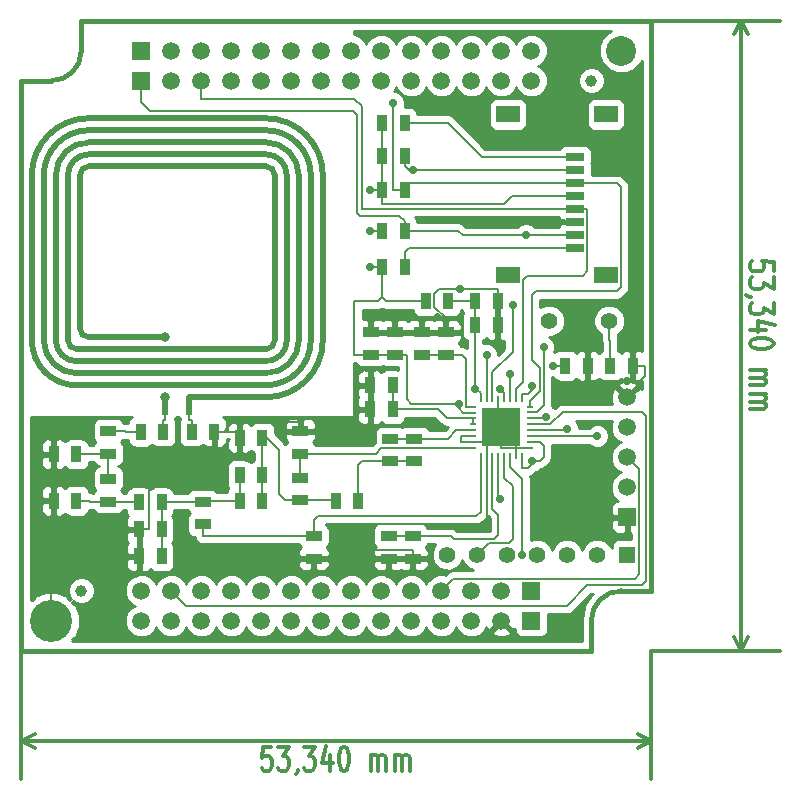
<source format=gtl>
G04 (created by PCBNEW (2013-mar-13)-testing) date Tue 14 May 2013 04:13:14 PM CEST*
%MOIN*%
G04 Gerber Fmt 3.4, Leading zero omitted, Abs format*
%FSLAX34Y34*%
G01*
G70*
G90*
G04 APERTURE LIST*
%ADD10C,0.005906*%
%ADD11C,0.015000*%
%ADD12C,0.012000*%
%ADD13C,0.020000*%
%ADD14C,0.039370*%
%ADD15R,0.059100X0.059100*%
%ADD16C,0.059100*%
%ADD17C,0.140000*%
%ADD18R,0.078740X0.057087*%
%ADD19R,0.059055X0.031496*%
%ADD20C,0.100000*%
%ADD21R,0.023600X0.009800*%
%ADD22R,0.009800X0.023600*%
%ADD23R,0.129900X0.129900*%
%ADD24R,0.035000X0.055000*%
%ADD25R,0.055000X0.035000*%
%ADD26R,0.055000X0.055000*%
%ADD27C,0.055000*%
%ADD28C,0.056000*%
%ADD29C,0.032000*%
%ADD30R,0.020000X0.040000*%
%ADD31C,0.028000*%
%ADD32C,0.008000*%
%ADD33C,0.006000*%
%ADD34C,0.010000*%
G04 APERTURE END LIST*
G54D10*
G54D11*
X19000Y-40000D02*
X19000Y-21000D01*
X38000Y-40000D02*
X19000Y-40000D01*
X40000Y-19000D02*
X40000Y-38000D01*
X21000Y-19000D02*
X40000Y-19000D01*
X39000Y-38000D02*
X40000Y-38000D01*
X38000Y-39500D02*
X38000Y-40000D01*
X19500Y-21000D02*
X19000Y-21000D01*
X21000Y-19500D02*
X21000Y-19000D01*
X20000Y-21000D02*
X19500Y-21000D01*
X21000Y-20000D02*
X21000Y-19500D01*
X38000Y-39000D02*
X38000Y-39500D01*
X39000Y-38000D02*
G75*
G03X38000Y-39000I0J-1000D01*
G74*
G01*
X20000Y-21000D02*
G75*
G03X21000Y-20000I0J1000D01*
G74*
G01*
G54D12*
X44077Y-27328D02*
X44077Y-27042D01*
X43696Y-27014D01*
X43734Y-27042D01*
X43772Y-27099D01*
X43772Y-27242D01*
X43734Y-27299D01*
X43696Y-27328D01*
X43619Y-27357D01*
X43429Y-27357D01*
X43353Y-27328D01*
X43315Y-27299D01*
X43277Y-27242D01*
X43277Y-27099D01*
X43315Y-27042D01*
X43353Y-27014D01*
X44077Y-27557D02*
X44077Y-27928D01*
X43772Y-27728D01*
X43772Y-27814D01*
X43734Y-27871D01*
X43696Y-27899D01*
X43619Y-27928D01*
X43429Y-27928D01*
X43353Y-27899D01*
X43315Y-27871D01*
X43277Y-27814D01*
X43277Y-27642D01*
X43315Y-27585D01*
X43353Y-27557D01*
X43315Y-28214D02*
X43277Y-28214D01*
X43200Y-28185D01*
X43162Y-28157D01*
X44077Y-28414D02*
X44077Y-28785D01*
X43772Y-28585D01*
X43772Y-28671D01*
X43734Y-28728D01*
X43696Y-28757D01*
X43619Y-28785D01*
X43429Y-28785D01*
X43353Y-28757D01*
X43315Y-28728D01*
X43277Y-28671D01*
X43277Y-28500D01*
X43315Y-28442D01*
X43353Y-28414D01*
X43810Y-29300D02*
X43277Y-29300D01*
X44115Y-29157D02*
X43543Y-29014D01*
X43543Y-29385D01*
X44077Y-29728D02*
X44077Y-29785D01*
X44039Y-29842D01*
X44000Y-29871D01*
X43924Y-29900D01*
X43772Y-29928D01*
X43581Y-29928D01*
X43429Y-29900D01*
X43353Y-29871D01*
X43315Y-29842D01*
X43277Y-29785D01*
X43277Y-29728D01*
X43315Y-29671D01*
X43353Y-29642D01*
X43429Y-29614D01*
X43581Y-29585D01*
X43772Y-29585D01*
X43924Y-29614D01*
X44000Y-29642D01*
X44039Y-29671D01*
X44077Y-29728D01*
X43277Y-30642D02*
X43810Y-30642D01*
X43734Y-30642D02*
X43772Y-30671D01*
X43810Y-30728D01*
X43810Y-30814D01*
X43772Y-30871D01*
X43696Y-30900D01*
X43277Y-30900D01*
X43696Y-30900D02*
X43772Y-30928D01*
X43810Y-30985D01*
X43810Y-31071D01*
X43772Y-31128D01*
X43696Y-31157D01*
X43277Y-31157D01*
X43277Y-31442D02*
X43810Y-31442D01*
X43734Y-31442D02*
X43772Y-31471D01*
X43810Y-31528D01*
X43810Y-31614D01*
X43772Y-31671D01*
X43696Y-31700D01*
X43277Y-31700D01*
X43696Y-31700D02*
X43772Y-31728D01*
X43810Y-31785D01*
X43810Y-31871D01*
X43772Y-31928D01*
X43696Y-31957D01*
X43277Y-31957D01*
X42999Y-19000D02*
X42999Y-40000D01*
X40000Y-19000D02*
X44279Y-19000D01*
X40000Y-40000D02*
X44279Y-40000D01*
X42999Y-40000D02*
X42769Y-39557D01*
X42999Y-40000D02*
X43229Y-39557D01*
X42999Y-19000D02*
X42769Y-19443D01*
X42999Y-19000D02*
X43229Y-19443D01*
X27328Y-43200D02*
X27042Y-43200D01*
X27014Y-43581D01*
X27042Y-43543D01*
X27099Y-43505D01*
X27242Y-43505D01*
X27299Y-43543D01*
X27328Y-43581D01*
X27357Y-43658D01*
X27357Y-43848D01*
X27328Y-43924D01*
X27299Y-43962D01*
X27242Y-44000D01*
X27099Y-44000D01*
X27042Y-43962D01*
X27014Y-43924D01*
X27557Y-43200D02*
X27928Y-43200D01*
X27728Y-43505D01*
X27814Y-43505D01*
X27871Y-43543D01*
X27899Y-43581D01*
X27928Y-43658D01*
X27928Y-43848D01*
X27899Y-43924D01*
X27871Y-43962D01*
X27814Y-44000D01*
X27642Y-44000D01*
X27585Y-43962D01*
X27557Y-43924D01*
X28214Y-43962D02*
X28214Y-44000D01*
X28185Y-44077D01*
X28157Y-44115D01*
X28414Y-43200D02*
X28785Y-43200D01*
X28585Y-43505D01*
X28671Y-43505D01*
X28728Y-43543D01*
X28757Y-43581D01*
X28785Y-43658D01*
X28785Y-43848D01*
X28757Y-43924D01*
X28728Y-43962D01*
X28671Y-44000D01*
X28500Y-44000D01*
X28442Y-43962D01*
X28414Y-43924D01*
X29300Y-43467D02*
X29300Y-44000D01*
X29157Y-43162D02*
X29014Y-43734D01*
X29385Y-43734D01*
X29728Y-43200D02*
X29785Y-43200D01*
X29842Y-43239D01*
X29871Y-43277D01*
X29900Y-43353D01*
X29928Y-43505D01*
X29928Y-43696D01*
X29900Y-43848D01*
X29871Y-43924D01*
X29842Y-43962D01*
X29785Y-44000D01*
X29728Y-44000D01*
X29671Y-43962D01*
X29642Y-43924D01*
X29614Y-43848D01*
X29585Y-43696D01*
X29585Y-43505D01*
X29614Y-43353D01*
X29642Y-43277D01*
X29671Y-43239D01*
X29728Y-43200D01*
X30642Y-44000D02*
X30642Y-43467D01*
X30642Y-43543D02*
X30671Y-43505D01*
X30728Y-43467D01*
X30814Y-43467D01*
X30871Y-43505D01*
X30900Y-43581D01*
X30900Y-44000D01*
X30900Y-43581D02*
X30928Y-43505D01*
X30985Y-43467D01*
X31071Y-43467D01*
X31128Y-43505D01*
X31157Y-43581D01*
X31157Y-44000D01*
X31442Y-44000D02*
X31442Y-43467D01*
X31442Y-43543D02*
X31471Y-43505D01*
X31528Y-43467D01*
X31614Y-43467D01*
X31671Y-43505D01*
X31700Y-43581D01*
X31700Y-44000D01*
X31700Y-43581D02*
X31728Y-43505D01*
X31785Y-43467D01*
X31871Y-43467D01*
X31928Y-43505D01*
X31957Y-43581D01*
X31957Y-44000D01*
X19000Y-42999D02*
X40000Y-42999D01*
X19000Y-40000D02*
X19000Y-44279D01*
X40000Y-40000D02*
X40000Y-44279D01*
X40000Y-42999D02*
X39557Y-43229D01*
X40000Y-42999D02*
X39557Y-42769D01*
X19000Y-42999D02*
X19443Y-43229D01*
X19000Y-42999D02*
X19443Y-42769D01*
G54D13*
X23800Y-31550D02*
X23800Y-32050D01*
X24600Y-31550D02*
X24600Y-32050D01*
X27150Y-31550D02*
G75*
G03X29050Y-29650I0J1900D01*
G74*
G01*
X27150Y-31150D02*
G75*
G03X28650Y-29650I0J1500D01*
G74*
G01*
X27150Y-30750D02*
G75*
G03X28250Y-29650I0J1100D01*
G74*
G01*
X27150Y-30350D02*
G75*
G03X27850Y-29650I0J700D01*
G74*
G01*
X19350Y-29650D02*
G75*
G03X20850Y-31150I1500J0D01*
G74*
G01*
X19750Y-29650D02*
G75*
G03X20850Y-30750I1100J0D01*
G74*
G01*
X20150Y-29650D02*
G75*
G03X20850Y-30350I700J0D01*
G74*
G01*
X27150Y-31550D02*
X24600Y-31550D01*
X27150Y-31150D02*
X20850Y-31150D01*
X27150Y-30750D02*
X20850Y-30750D01*
X20850Y-30350D02*
X27150Y-30350D01*
X20550Y-29650D02*
G75*
G03X20850Y-29950I300J0D01*
G74*
G01*
X27150Y-29950D02*
G75*
G03X27450Y-29650I0J300D01*
G74*
G01*
X21250Y-29550D02*
X23800Y-29550D01*
X20950Y-29250D02*
G75*
G03X21250Y-29550I300J0D01*
G74*
G01*
X20850Y-29950D02*
X27150Y-29950D01*
X29050Y-24150D02*
G75*
G03X27150Y-22250I-1900J0D01*
G74*
G01*
X28650Y-24150D02*
G75*
G03X27150Y-22650I-1500J0D01*
G74*
G01*
X28250Y-24150D02*
G75*
G03X27150Y-23050I-1100J0D01*
G74*
G01*
X27850Y-24150D02*
G75*
G03X27150Y-23450I-700J0D01*
G74*
G01*
X21250Y-22250D02*
G75*
G03X19350Y-24150I0J-1900D01*
G74*
G01*
X21250Y-22650D02*
G75*
G03X19750Y-24150I0J-1500D01*
G74*
G01*
X29050Y-24150D02*
X29050Y-29650D01*
X28650Y-24150D02*
X28650Y-29650D01*
X28250Y-29650D02*
X28250Y-24150D01*
X27850Y-24150D02*
X27850Y-29650D01*
X21250Y-22250D02*
X27150Y-22250D01*
X21250Y-22650D02*
X27150Y-22650D01*
X21250Y-23050D02*
X27150Y-23050D01*
X21250Y-23050D02*
G75*
G03X20150Y-24150I0J-1100D01*
G74*
G01*
X21250Y-23450D02*
G75*
G03X20550Y-24150I0J-700D01*
G74*
G01*
X19350Y-24150D02*
X19350Y-29650D01*
X19750Y-29650D02*
X19750Y-24150D01*
X20150Y-24150D02*
X20150Y-29650D01*
X20550Y-24150D02*
X20550Y-29650D01*
X21250Y-23450D02*
X27150Y-23450D01*
X27450Y-24150D02*
G75*
G03X27150Y-23850I-300J0D01*
G74*
G01*
X27450Y-24150D02*
X27450Y-29650D01*
X21250Y-23850D02*
G75*
G03X20950Y-24150I0J-300D01*
G74*
G01*
X21250Y-23850D02*
X27150Y-23850D01*
X20950Y-24150D02*
X20950Y-29250D01*
G54D14*
X38000Y-21000D03*
X21000Y-38000D03*
G54D15*
X23000Y-20000D03*
G54D16*
X24000Y-20000D03*
X25000Y-20000D03*
X26000Y-20000D03*
X27000Y-20000D03*
X28000Y-20000D03*
X29000Y-20000D03*
X30000Y-20000D03*
X31000Y-20000D03*
X32000Y-20000D03*
X33000Y-20000D03*
X34000Y-20000D03*
X35000Y-20000D03*
X36000Y-20000D03*
G54D15*
X36000Y-39000D03*
G54D16*
X35000Y-39000D03*
X34000Y-39000D03*
X33000Y-39000D03*
X32000Y-39000D03*
X31000Y-39000D03*
X30000Y-39000D03*
X29000Y-39000D03*
X28000Y-39000D03*
X27000Y-39000D03*
X26000Y-39000D03*
X25000Y-39000D03*
X24000Y-39000D03*
X23000Y-39000D03*
G54D15*
X36000Y-38000D03*
G54D16*
X35000Y-38000D03*
X34000Y-38000D03*
X33000Y-38000D03*
X32000Y-38000D03*
X31000Y-38000D03*
X30000Y-38000D03*
X29000Y-38000D03*
X28000Y-38000D03*
X27000Y-38000D03*
X26000Y-38000D03*
X25000Y-38000D03*
X24000Y-38000D03*
X23000Y-38000D03*
G54D15*
X23000Y-21000D03*
G54D16*
X24000Y-21000D03*
X25000Y-21000D03*
X26000Y-21000D03*
X27000Y-21000D03*
X28000Y-21000D03*
X29000Y-21000D03*
X30000Y-21000D03*
X31000Y-21000D03*
X32000Y-21000D03*
X33000Y-21000D03*
X34000Y-21000D03*
X35000Y-21000D03*
X36000Y-21000D03*
G54D17*
X20000Y-39000D03*
G54D18*
X35218Y-27477D03*
X35218Y-22122D03*
X38486Y-22122D03*
X38486Y-27477D03*
G54D19*
X37462Y-23540D03*
X37462Y-23973D03*
X37462Y-24406D03*
X37462Y-24839D03*
X37462Y-25272D03*
X37462Y-25705D03*
X37462Y-26138D03*
X37462Y-26571D03*
G54D20*
X39000Y-20000D03*
G54D21*
X34056Y-31862D03*
X34056Y-32059D03*
X34056Y-32256D03*
X34056Y-32453D03*
X34056Y-32649D03*
X34056Y-32846D03*
X34056Y-33043D03*
X34056Y-33240D03*
G54D22*
X35098Y-33496D03*
X35294Y-33496D03*
X35491Y-33496D03*
X35688Y-33496D03*
G54D23*
X35000Y-32550D03*
G54D22*
X34311Y-33496D03*
X34508Y-33496D03*
X34705Y-33496D03*
X34901Y-33496D03*
G54D21*
X35944Y-33238D03*
X35945Y-33041D03*
X35945Y-32845D03*
X35945Y-32648D03*
X35945Y-32451D03*
X35945Y-32254D03*
X35945Y-32057D03*
X35945Y-31860D03*
G54D22*
X35689Y-31605D03*
X35492Y-31605D03*
X35295Y-31605D03*
X35099Y-31605D03*
X34902Y-31605D03*
X34705Y-31605D03*
X34508Y-31605D03*
X34311Y-31605D03*
G54D24*
X20825Y-33450D03*
X20075Y-33450D03*
X26275Y-34150D03*
X27025Y-34150D03*
G54D25*
X25050Y-35025D03*
X25050Y-35775D03*
X28750Y-36175D03*
X28750Y-36925D03*
G54D24*
X23675Y-35950D03*
X22925Y-35950D03*
X23675Y-36850D03*
X22925Y-36850D03*
X22925Y-35050D03*
X23675Y-35050D03*
X20825Y-35000D03*
X20075Y-35000D03*
G54D25*
X21900Y-34275D03*
X21900Y-35025D03*
X28300Y-33425D03*
X28300Y-32675D03*
X21900Y-32675D03*
X21900Y-33425D03*
G54D24*
X31025Y-27200D03*
X31775Y-27200D03*
G54D25*
X32050Y-36175D03*
X32050Y-36925D03*
X31250Y-36175D03*
X31250Y-36925D03*
G54D24*
X31025Y-22400D03*
X31775Y-22400D03*
X31025Y-23500D03*
X31775Y-23500D03*
X31025Y-24650D03*
X31775Y-24650D03*
X31025Y-26000D03*
X31775Y-26000D03*
G54D25*
X30650Y-30125D03*
X30650Y-29375D03*
G54D24*
X38625Y-30500D03*
X39375Y-30500D03*
X37125Y-30500D03*
X37875Y-30500D03*
X32475Y-28350D03*
X33225Y-28350D03*
X34125Y-29150D03*
X34875Y-29150D03*
X34125Y-28350D03*
X34875Y-28350D03*
G54D25*
X32350Y-30125D03*
X32350Y-29375D03*
X33150Y-30125D03*
X33150Y-29375D03*
X31450Y-30125D03*
X31450Y-29375D03*
G54D24*
X31375Y-31150D03*
X30625Y-31150D03*
X31375Y-31950D03*
X30625Y-31950D03*
G54D25*
X32100Y-33675D03*
X32100Y-32925D03*
X31300Y-33675D03*
X31300Y-32925D03*
G54D24*
X29475Y-35000D03*
X30225Y-35000D03*
X26275Y-35000D03*
X27025Y-35000D03*
G54D25*
X28300Y-34975D03*
X28300Y-34225D03*
G54D24*
X27025Y-32900D03*
X26275Y-32900D03*
G54D26*
X39200Y-36800D03*
G54D27*
X38200Y-36800D03*
X37200Y-36800D03*
X36200Y-36800D03*
X35200Y-36800D03*
X34200Y-36800D03*
X33200Y-36800D03*
G54D15*
X39200Y-35550D03*
G54D16*
X39200Y-34550D03*
X39200Y-33550D03*
X39200Y-32550D03*
X39200Y-31550D03*
G54D28*
X36600Y-29000D03*
X38600Y-29000D03*
G54D24*
X23725Y-32700D03*
X22975Y-32700D03*
X24675Y-32700D03*
X25425Y-32700D03*
G54D29*
X23800Y-29550D03*
G54D30*
X24600Y-31950D03*
X23800Y-31950D03*
G54D29*
X23800Y-31550D03*
G54D31*
X37700Y-35800D03*
X37700Y-34000D03*
X37400Y-20000D03*
X24800Y-33900D03*
X23500Y-33900D03*
X24750Y-36800D03*
X27450Y-36950D03*
X30000Y-36550D03*
X21650Y-38900D03*
X21400Y-36200D03*
X30629Y-26000D03*
X34955Y-31266D03*
X36024Y-31185D03*
X30629Y-27200D03*
X30629Y-24650D03*
X33577Y-31783D03*
X34955Y-34952D03*
X35826Y-26138D03*
X36414Y-29882D03*
X31405Y-21745D03*
X35000Y-32550D03*
X20075Y-36956D03*
X39200Y-31014D03*
X34507Y-35924D03*
X33617Y-27954D03*
X36075Y-36065D03*
X39375Y-25705D03*
X36564Y-25705D03*
X38200Y-32845D03*
X37200Y-32594D03*
X36505Y-32200D03*
X32055Y-23973D03*
X35695Y-36800D03*
X36729Y-30500D03*
X34507Y-30132D03*
X35374Y-28469D03*
X35295Y-30764D03*
X36022Y-33668D03*
X34125Y-31258D03*
G54D32*
X31450Y-30125D02*
X31450Y-30125D01*
X31054Y-30125D02*
X31450Y-30125D01*
X31054Y-30125D02*
X31054Y-30125D01*
X30650Y-30125D02*
X31054Y-30125D01*
X30629Y-26000D02*
X31025Y-26000D01*
X35099Y-31406D02*
X35099Y-31605D01*
X34959Y-31266D02*
X35099Y-31406D01*
X34955Y-31266D02*
X34959Y-31266D01*
X31025Y-24650D02*
X30629Y-24650D01*
X31025Y-27200D02*
X30629Y-27200D01*
X31025Y-23500D02*
X31025Y-22400D01*
X31025Y-23500D02*
X31025Y-24650D01*
X33717Y-32059D02*
X34055Y-32059D01*
X33577Y-31919D02*
X33717Y-32059D01*
X33577Y-31783D02*
X33577Y-31919D01*
X31165Y-28350D02*
X32475Y-28350D01*
X31025Y-28209D02*
X31165Y-28350D01*
X35689Y-31449D02*
X35689Y-31605D01*
X35884Y-31449D02*
X35689Y-31449D01*
X36024Y-31309D02*
X35884Y-31449D01*
X36024Y-31185D02*
X36024Y-31309D01*
X32005Y-31783D02*
X33577Y-31783D01*
X31845Y-31623D02*
X32005Y-31783D01*
X31845Y-30125D02*
X31845Y-31623D01*
X31450Y-30125D02*
X31845Y-30125D01*
X31025Y-27243D02*
X31025Y-28209D01*
X31025Y-27243D02*
X31025Y-27243D01*
X31025Y-27200D02*
X31025Y-27243D01*
X30884Y-28350D02*
X31025Y-28209D01*
X30094Y-28350D02*
X30884Y-28350D01*
X30094Y-30125D02*
X30094Y-28350D01*
X30650Y-30125D02*
X30094Y-30125D01*
X35360Y-24839D02*
X37462Y-24839D01*
X35083Y-25116D02*
X35360Y-24839D01*
X31025Y-25116D02*
X35083Y-25116D01*
X31025Y-24650D02*
X31025Y-25116D01*
G54D33*
X34900Y-34897D02*
X34900Y-33495D01*
X34955Y-34952D02*
X34900Y-34897D01*
X23000Y-21000D02*
X23000Y-21700D01*
X31775Y-25675D02*
X31775Y-26000D01*
X31600Y-25500D02*
X31775Y-25675D01*
X30300Y-25500D02*
X31600Y-25500D01*
X30200Y-25400D02*
X30300Y-25500D01*
X30200Y-22150D02*
X30200Y-25400D01*
X30050Y-22000D02*
X30200Y-22150D01*
X23300Y-22000D02*
X30050Y-22000D01*
X23000Y-21700D02*
X23300Y-22000D01*
X35826Y-26138D02*
X37462Y-26138D01*
X33710Y-26138D02*
X35826Y-26138D01*
X31775Y-26000D02*
X33572Y-26000D01*
X33572Y-26000D02*
X33710Y-26138D01*
X36173Y-32057D02*
X35945Y-32057D01*
X36414Y-31815D02*
X36173Y-32057D01*
X36414Y-29882D02*
X36414Y-31815D01*
X31405Y-24650D02*
X31405Y-21745D01*
X31775Y-24650D02*
X31405Y-24650D01*
X31775Y-24507D02*
X31775Y-24650D01*
X31876Y-24406D02*
X31775Y-24507D01*
X37462Y-24406D02*
X31876Y-24406D01*
X35945Y-31684D02*
X35945Y-31860D01*
X36274Y-31355D02*
X35945Y-31684D01*
X36274Y-30571D02*
X36274Y-31355D01*
X36013Y-30310D02*
X36274Y-30571D01*
X36013Y-28152D02*
X36013Y-30310D01*
X36153Y-28012D02*
X36013Y-28152D01*
X38850Y-28012D02*
X36153Y-28012D01*
X38990Y-27872D02*
X38850Y-28012D01*
X38990Y-24546D02*
X38990Y-27872D01*
X38850Y-24406D02*
X38990Y-24546D01*
X37462Y-24406D02*
X38850Y-24406D01*
X30350Y-25272D02*
X37462Y-25272D01*
X30350Y-21856D02*
X30350Y-25272D01*
X30099Y-21606D02*
X30350Y-21856D01*
X25000Y-21606D02*
X30099Y-21606D01*
X25000Y-21000D02*
X25000Y-21606D01*
X35492Y-31272D02*
X35492Y-31605D01*
X35722Y-31041D02*
X35492Y-31272D01*
X35722Y-27635D02*
X35722Y-31041D01*
X35862Y-27495D02*
X35722Y-27635D01*
X37728Y-27495D02*
X35862Y-27495D01*
X37868Y-27355D02*
X37728Y-27495D01*
X37868Y-25272D02*
X37868Y-27355D01*
X37462Y-25272D02*
X37868Y-25272D01*
G54D32*
X31045Y-29375D02*
X30650Y-29375D01*
X31045Y-29375D02*
X31045Y-29375D01*
X31450Y-29375D02*
X31045Y-29375D01*
X31450Y-29375D02*
X31450Y-29375D01*
X35490Y-33040D02*
X35490Y-33237D01*
X35000Y-32550D02*
X35490Y-33040D01*
X35490Y-33237D02*
X35490Y-33495D01*
X33657Y-32845D02*
X34055Y-32845D01*
X33657Y-33042D02*
X33657Y-32845D01*
X34055Y-33042D02*
X33657Y-33042D01*
X34507Y-33495D02*
X34507Y-35924D01*
X34875Y-28350D02*
X34875Y-29150D01*
X33150Y-29375D02*
X33150Y-29375D01*
X36590Y-35550D02*
X36075Y-36065D01*
X39200Y-35550D02*
X36590Y-35550D01*
X39375Y-30500D02*
X39375Y-25705D01*
X30625Y-31950D02*
X30625Y-31150D01*
X30625Y-32514D02*
X30625Y-31950D01*
X30464Y-32675D02*
X30625Y-32514D01*
X28300Y-32675D02*
X30464Y-32675D01*
X31910Y-29375D02*
X31450Y-29375D01*
X31910Y-29375D02*
X31910Y-29375D01*
X32350Y-29375D02*
X31910Y-29375D01*
X32350Y-29375D02*
X32350Y-29375D01*
X22925Y-35950D02*
X22925Y-36850D01*
X36564Y-25705D02*
X37462Y-25705D01*
X20075Y-35000D02*
X20075Y-33450D01*
X20075Y-35000D02*
X20075Y-36956D01*
X39614Y-31014D02*
X39200Y-31014D01*
X39775Y-30854D02*
X39614Y-31014D01*
X39775Y-30500D02*
X39775Y-30854D01*
X39375Y-30500D02*
X39775Y-30500D01*
X34902Y-32452D02*
X34902Y-31605D01*
X35000Y-32550D02*
X34902Y-32452D01*
X20455Y-36956D02*
X20075Y-36956D01*
X20562Y-36850D02*
X20455Y-36956D01*
X22925Y-36850D02*
X20562Y-36850D01*
X31250Y-36925D02*
X31250Y-36925D01*
X29471Y-36925D02*
X31250Y-36925D01*
X29471Y-36925D02*
X29471Y-36925D01*
X28750Y-36925D02*
X29471Y-36925D01*
X28750Y-37362D02*
X28750Y-36925D01*
X20160Y-37362D02*
X28750Y-37362D01*
X20000Y-37522D02*
X20160Y-37362D01*
X20000Y-39000D02*
X20000Y-37522D01*
X26275Y-32700D02*
X26275Y-32900D01*
X34515Y-33034D02*
X35000Y-32550D01*
X34055Y-33034D02*
X34515Y-33034D01*
X34055Y-33042D02*
X34055Y-33034D01*
X34507Y-32550D02*
X34507Y-33495D01*
X35000Y-32550D02*
X34507Y-32550D01*
X35944Y-33229D02*
X35944Y-33237D01*
X35000Y-33229D02*
X35944Y-33229D01*
X35000Y-32550D02*
X35000Y-33229D01*
X37875Y-31014D02*
X37875Y-30500D01*
X39200Y-31014D02*
X37875Y-31014D01*
X32050Y-36925D02*
X32050Y-36925D01*
X34875Y-27954D02*
X33617Y-27954D01*
X34875Y-28350D02*
X34875Y-27954D01*
X25425Y-33215D02*
X25425Y-32700D01*
X23430Y-33215D02*
X25425Y-33215D01*
X23270Y-33375D02*
X23430Y-33215D01*
X23270Y-35950D02*
X23270Y-33375D01*
X22925Y-35950D02*
X23270Y-35950D01*
X25425Y-32700D02*
X26275Y-32700D01*
X26275Y-32379D02*
X26275Y-32700D01*
X28300Y-32379D02*
X26275Y-32379D01*
X28300Y-32675D02*
X28300Y-32379D01*
X32745Y-29375D02*
X33150Y-29375D01*
X32745Y-29375D02*
X32745Y-29375D01*
X32350Y-29375D02*
X32745Y-29375D01*
X33150Y-28912D02*
X33150Y-29375D01*
X32770Y-28532D02*
X33150Y-28912D01*
X32770Y-28115D02*
X32770Y-28532D01*
X32930Y-27954D02*
X32770Y-28115D01*
X33617Y-27954D02*
X32930Y-27954D01*
X31654Y-36925D02*
X32050Y-36925D01*
X31654Y-36925D02*
X31654Y-36925D01*
X31250Y-36925D02*
X31654Y-36925D01*
X32050Y-36629D02*
X32050Y-36925D01*
X30854Y-36629D02*
X32050Y-36629D01*
X30694Y-36469D02*
X30854Y-36629D01*
X30694Y-35940D02*
X30694Y-36469D01*
X30854Y-35780D02*
X30694Y-35940D01*
X33575Y-35780D02*
X30854Y-35780D01*
X33720Y-35924D02*
X33575Y-35780D01*
X34507Y-35924D02*
X33720Y-35924D01*
G54D33*
X38200Y-32845D02*
X35945Y-32845D01*
X37146Y-32647D02*
X35945Y-32647D01*
X37200Y-32594D02*
X37146Y-32647D01*
X36452Y-32254D02*
X35945Y-32254D01*
X36505Y-32200D02*
X36452Y-32254D01*
X32731Y-23973D02*
X37462Y-23973D01*
X32731Y-23973D02*
X32055Y-23973D01*
X31775Y-23833D02*
X31775Y-23500D01*
X31915Y-23973D02*
X31775Y-23833D01*
X32055Y-23973D02*
X31915Y-23973D01*
X36639Y-32450D02*
X35945Y-32450D01*
X37040Y-32050D02*
X36639Y-32450D01*
X39677Y-32050D02*
X37040Y-32050D01*
X39817Y-32190D02*
X39677Y-32050D01*
X39817Y-37672D02*
X39817Y-32190D01*
X39677Y-37812D02*
X39817Y-37672D01*
X37867Y-37812D02*
X39677Y-37812D01*
X37179Y-38500D02*
X37867Y-37812D01*
X24500Y-38500D02*
X37179Y-38500D01*
X24000Y-38000D02*
X24500Y-38500D01*
X35097Y-34230D02*
X35097Y-33495D01*
X35380Y-34512D02*
X35097Y-34230D01*
X35380Y-36274D02*
X35380Y-34512D01*
X35240Y-36414D02*
X35380Y-36274D01*
X34585Y-36414D02*
X35240Y-36414D01*
X34200Y-36800D02*
X34585Y-36414D01*
X35294Y-33858D02*
X35294Y-33495D01*
X35695Y-34259D02*
X35294Y-33858D01*
X35695Y-36800D02*
X35695Y-34259D01*
X32735Y-30125D02*
X32350Y-30125D01*
X32735Y-30125D02*
X32735Y-30125D01*
X33150Y-30125D02*
X32735Y-30125D01*
X33150Y-30125D02*
X33150Y-30125D01*
X33827Y-31862D02*
X34055Y-31862D01*
X33827Y-30265D02*
X33827Y-31862D01*
X33687Y-30125D02*
X33827Y-30265D01*
X33150Y-30125D02*
X33687Y-30125D01*
X36729Y-30500D02*
X37125Y-30500D01*
X34507Y-30132D02*
X34507Y-31605D01*
X34705Y-30716D02*
X34705Y-31605D01*
X35374Y-30047D02*
X34705Y-30716D01*
X35374Y-28469D02*
X35374Y-30047D01*
X38625Y-29682D02*
X38625Y-30500D01*
X38600Y-29657D02*
X38625Y-29682D01*
X38600Y-29000D02*
X38600Y-29657D01*
X23800Y-32001D02*
X23800Y-31950D01*
X23725Y-32314D02*
X23725Y-32700D01*
X23800Y-32314D02*
X23725Y-32314D01*
X23800Y-32001D02*
X23800Y-32314D01*
X28300Y-33425D02*
X28300Y-34225D01*
X31002Y-33240D02*
X34055Y-33240D01*
X30817Y-33425D02*
X31002Y-33240D01*
X28300Y-33425D02*
X30817Y-33425D01*
X22487Y-32700D02*
X22975Y-32700D01*
X22487Y-32675D02*
X22487Y-32700D01*
X21900Y-32675D02*
X22487Y-32675D01*
X24600Y-32001D02*
X24600Y-31950D01*
X24675Y-32314D02*
X24675Y-32700D01*
X24600Y-32314D02*
X24675Y-32314D01*
X24600Y-32001D02*
X24600Y-32314D01*
X32050Y-36175D02*
X32050Y-36175D01*
X31635Y-36175D02*
X31250Y-36175D01*
X31635Y-36175D02*
X31635Y-36175D01*
X32050Y-36175D02*
X31635Y-36175D01*
X34705Y-35278D02*
X34705Y-33495D01*
X34898Y-35471D02*
X34705Y-35278D01*
X34898Y-36134D02*
X34898Y-35471D01*
X34758Y-36274D02*
X34898Y-36134D01*
X33408Y-36274D02*
X34758Y-36274D01*
X33308Y-36175D02*
X33408Y-36274D01*
X32050Y-36175D02*
X33308Y-36175D01*
X33216Y-22400D02*
X31775Y-22400D01*
X34356Y-23540D02*
X33216Y-22400D01*
X37462Y-23540D02*
X34356Y-23540D01*
X22925Y-35025D02*
X22925Y-35050D01*
X21900Y-35025D02*
X22925Y-35025D01*
X21277Y-35000D02*
X20825Y-35000D01*
X21302Y-35025D02*
X21277Y-35000D01*
X21900Y-35025D02*
X21302Y-35025D01*
X26275Y-35000D02*
X26275Y-34150D01*
X23675Y-35950D02*
X23675Y-35050D01*
X23675Y-35950D02*
X23675Y-36850D01*
X25050Y-35000D02*
X26275Y-35000D01*
X25050Y-35025D02*
X25050Y-35000D01*
X23675Y-35025D02*
X23675Y-35050D01*
X25050Y-35025D02*
X23675Y-35025D01*
X21900Y-34275D02*
X21900Y-33425D01*
X21220Y-33450D02*
X20825Y-33450D01*
X21245Y-33425D02*
X21900Y-33425D01*
X21220Y-33450D02*
X21245Y-33425D01*
X27025Y-32900D02*
X27200Y-32900D01*
X27600Y-34787D02*
X27787Y-34975D01*
X27600Y-33300D02*
X27600Y-34787D01*
X27200Y-32900D02*
X27600Y-33300D01*
X27787Y-34975D02*
X28300Y-34975D01*
X27025Y-34150D02*
X27025Y-35000D01*
X27025Y-34150D02*
X27025Y-32900D01*
X29475Y-34975D02*
X29475Y-35000D01*
X28300Y-34975D02*
X29475Y-34975D01*
X27787Y-34975D02*
X28300Y-34975D01*
X31775Y-26711D02*
X31775Y-27200D01*
X31915Y-26571D02*
X31775Y-26711D01*
X37462Y-26571D02*
X31915Y-26571D01*
X25050Y-36175D02*
X25050Y-35775D01*
X28750Y-36175D02*
X25050Y-36175D01*
X34310Y-35367D02*
X34310Y-33495D01*
X34170Y-35507D02*
X34310Y-35367D01*
X28890Y-35507D02*
X34170Y-35507D01*
X28750Y-35647D02*
X28890Y-35507D01*
X28750Y-36175D02*
X28750Y-35647D01*
X32100Y-33675D02*
X32100Y-33675D01*
X31685Y-33675D02*
X32100Y-33675D01*
X31685Y-33675D02*
X31685Y-33675D01*
X31300Y-33675D02*
X31685Y-33675D01*
X30225Y-33815D02*
X30225Y-35000D01*
X30365Y-33675D02*
X30225Y-33815D01*
X31300Y-33675D02*
X30365Y-33675D01*
X31685Y-32925D02*
X31300Y-32925D01*
X31685Y-32925D02*
X31685Y-32925D01*
X32100Y-32925D02*
X31685Y-32925D01*
X32100Y-32925D02*
X32100Y-32925D01*
X33501Y-32649D02*
X34055Y-32649D01*
X33225Y-32925D02*
X33501Y-32649D01*
X32100Y-32925D02*
X33225Y-32925D01*
X34055Y-32255D02*
X34055Y-32452D01*
X31375Y-31950D02*
X31375Y-31150D01*
X32877Y-31950D02*
X31375Y-31950D01*
X33183Y-32255D02*
X32877Y-31950D01*
X34055Y-32255D02*
X33183Y-32255D01*
X39605Y-33955D02*
X39200Y-33550D01*
X39605Y-37454D02*
X39605Y-33955D01*
X39465Y-37594D02*
X39605Y-37454D01*
X33405Y-37594D02*
X39465Y-37594D01*
X33000Y-38000D02*
X33405Y-37594D01*
X35295Y-30764D02*
X35295Y-31605D01*
X34125Y-29150D02*
X34125Y-30890D01*
X34125Y-29150D02*
X34125Y-28350D01*
X33225Y-28350D02*
X33225Y-28350D01*
X33675Y-28350D02*
X33225Y-28350D01*
X33675Y-28350D02*
X33675Y-28350D01*
X34125Y-28350D02*
X33675Y-28350D01*
X36273Y-33040D02*
X35945Y-33040D01*
X36413Y-33181D02*
X36273Y-33040D01*
X36413Y-33528D02*
X36413Y-33181D01*
X36273Y-33668D02*
X36413Y-33528D01*
X36022Y-33668D02*
X36273Y-33668D01*
X35687Y-33918D02*
X35687Y-33495D01*
X35882Y-33918D02*
X35687Y-33918D01*
X36022Y-33778D02*
X35882Y-33918D01*
X36022Y-33668D02*
X36022Y-33778D01*
X34125Y-30890D02*
X34125Y-31258D01*
X34310Y-31398D02*
X34310Y-31605D01*
X34170Y-31258D02*
X34310Y-31398D01*
X34125Y-31258D02*
X34170Y-31258D01*
G54D10*
G36*
X20076Y-39005D02*
X20005Y-39076D01*
X20000Y-39070D01*
X19994Y-39076D01*
X19923Y-39005D01*
X19929Y-39000D01*
X19923Y-38994D01*
X19994Y-38923D01*
X20000Y-38929D01*
X20005Y-38923D01*
X20076Y-38994D01*
X20070Y-39000D01*
X20076Y-39005D01*
X20076Y-39005D01*
G37*
G54D34*
X20076Y-39005D02*
X20005Y-39076D01*
X20000Y-39070D01*
X19994Y-39076D01*
X19923Y-39005D01*
X19929Y-39000D01*
X19923Y-38994D01*
X19994Y-38923D01*
X20000Y-38929D01*
X20005Y-38923D01*
X20076Y-38994D01*
X20070Y-39000D01*
X20076Y-39005D01*
G54D10*
G36*
X33218Y-32535D02*
X33109Y-32645D01*
X32602Y-32645D01*
X32587Y-32608D01*
X32516Y-32538D01*
X32424Y-32500D01*
X32325Y-32499D01*
X31775Y-32499D01*
X31699Y-32531D01*
X31624Y-32500D01*
X31525Y-32499D01*
X30975Y-32499D01*
X30883Y-32537D01*
X30813Y-32608D01*
X30775Y-32700D01*
X30774Y-32799D01*
X30774Y-33071D01*
X30701Y-33145D01*
X30575Y-33145D01*
X30575Y-32412D01*
X30575Y-32000D01*
X30575Y-31900D01*
X30575Y-31612D01*
X30575Y-31487D01*
X30575Y-31200D01*
X30575Y-31100D01*
X30575Y-30687D01*
X30512Y-30625D01*
X30400Y-30624D01*
X30308Y-30662D01*
X30238Y-30733D01*
X30200Y-30825D01*
X30199Y-30924D01*
X30200Y-31037D01*
X30262Y-31100D01*
X30575Y-31100D01*
X30575Y-31200D01*
X30262Y-31200D01*
X30200Y-31262D01*
X30199Y-31375D01*
X30200Y-31474D01*
X30231Y-31550D01*
X30200Y-31625D01*
X30199Y-31724D01*
X30200Y-31837D01*
X30262Y-31900D01*
X30575Y-31900D01*
X30575Y-32000D01*
X30262Y-32000D01*
X30200Y-32062D01*
X30199Y-32175D01*
X30200Y-32274D01*
X30238Y-32366D01*
X30308Y-32437D01*
X30400Y-32475D01*
X30512Y-32475D01*
X30575Y-32412D01*
X30575Y-33145D01*
X28802Y-33145D01*
X28787Y-33108D01*
X28728Y-33050D01*
X28787Y-32991D01*
X28825Y-32899D01*
X28825Y-32450D01*
X28787Y-32358D01*
X28716Y-32288D01*
X28624Y-32250D01*
X28525Y-32249D01*
X28412Y-32250D01*
X28350Y-32312D01*
X28350Y-32625D01*
X28762Y-32625D01*
X28825Y-32562D01*
X28825Y-32450D01*
X28825Y-32899D01*
X28825Y-32787D01*
X28762Y-32725D01*
X28350Y-32725D01*
X28350Y-32732D01*
X28250Y-32732D01*
X28250Y-32725D01*
X28250Y-32625D01*
X28250Y-32312D01*
X28187Y-32250D01*
X28074Y-32249D01*
X27975Y-32250D01*
X27883Y-32288D01*
X27812Y-32358D01*
X27774Y-32450D01*
X27775Y-32562D01*
X27837Y-32625D01*
X28250Y-32625D01*
X28250Y-32725D01*
X27837Y-32725D01*
X27775Y-32787D01*
X27774Y-32899D01*
X27812Y-32991D01*
X27871Y-33050D01*
X27813Y-33108D01*
X27808Y-33118D01*
X27808Y-33118D01*
X27797Y-33102D01*
X27797Y-33102D01*
X27450Y-32754D01*
X27450Y-32575D01*
X27412Y-32483D01*
X27341Y-32413D01*
X27249Y-32375D01*
X27150Y-32374D01*
X26800Y-32374D01*
X26708Y-32412D01*
X26650Y-32471D01*
X26591Y-32412D01*
X26499Y-32374D01*
X26387Y-32375D01*
X26325Y-32437D01*
X26325Y-32850D01*
X26332Y-32850D01*
X26332Y-32950D01*
X26325Y-32950D01*
X26325Y-33362D01*
X26387Y-33425D01*
X26499Y-33425D01*
X26591Y-33387D01*
X26650Y-33328D01*
X26708Y-33386D01*
X26745Y-33402D01*
X26745Y-33647D01*
X26708Y-33662D01*
X26649Y-33721D01*
X26591Y-33663D01*
X26499Y-33625D01*
X26400Y-33624D01*
X26225Y-33624D01*
X26050Y-33624D01*
X25958Y-33662D01*
X25888Y-33733D01*
X25850Y-33825D01*
X25849Y-33924D01*
X25849Y-34474D01*
X25887Y-34566D01*
X25896Y-34574D01*
X25888Y-34583D01*
X25850Y-34675D01*
X25850Y-34720D01*
X25541Y-34720D01*
X25537Y-34708D01*
X25466Y-34638D01*
X25374Y-34600D01*
X25275Y-34599D01*
X24725Y-34599D01*
X24633Y-34637D01*
X24563Y-34708D01*
X24547Y-34745D01*
X24100Y-34745D01*
X24100Y-34725D01*
X24062Y-34633D01*
X23991Y-34563D01*
X23899Y-34525D01*
X23800Y-34524D01*
X23450Y-34524D01*
X23358Y-34562D01*
X23299Y-34621D01*
X23241Y-34563D01*
X23149Y-34525D01*
X23050Y-34524D01*
X22700Y-34524D01*
X22608Y-34562D01*
X22538Y-34633D01*
X22500Y-34725D01*
X22500Y-34745D01*
X22402Y-34745D01*
X22387Y-34708D01*
X22328Y-34649D01*
X22386Y-34591D01*
X22424Y-34499D01*
X22425Y-34400D01*
X22425Y-34050D01*
X22387Y-33958D01*
X22316Y-33888D01*
X22224Y-33850D01*
X22224Y-33850D01*
X22316Y-33812D01*
X22386Y-33741D01*
X22424Y-33649D01*
X22425Y-33550D01*
X22425Y-33200D01*
X22387Y-33108D01*
X22328Y-33049D01*
X22386Y-32991D01*
X22399Y-32962D01*
X22487Y-32980D01*
X22549Y-32980D01*
X22549Y-33024D01*
X22587Y-33116D01*
X22658Y-33186D01*
X22750Y-33224D01*
X22849Y-33225D01*
X23199Y-33225D01*
X23291Y-33187D01*
X23350Y-33128D01*
X23408Y-33186D01*
X23500Y-33224D01*
X23599Y-33225D01*
X23949Y-33225D01*
X24041Y-33187D01*
X24111Y-33116D01*
X24149Y-33024D01*
X24150Y-32925D01*
X24150Y-32375D01*
X24113Y-32287D01*
X24149Y-32200D01*
X24250Y-32200D01*
X24286Y-32287D01*
X24250Y-32375D01*
X24249Y-32474D01*
X24249Y-33024D01*
X24287Y-33116D01*
X24358Y-33186D01*
X24450Y-33224D01*
X24549Y-33225D01*
X24899Y-33225D01*
X24991Y-33187D01*
X25050Y-33128D01*
X25108Y-33187D01*
X25200Y-33225D01*
X25312Y-33225D01*
X25375Y-33162D01*
X25375Y-32750D01*
X25367Y-32750D01*
X25367Y-32650D01*
X25375Y-32650D01*
X25375Y-32642D01*
X25475Y-32642D01*
X25475Y-32650D01*
X25482Y-32650D01*
X25482Y-32750D01*
X25475Y-32750D01*
X25475Y-33162D01*
X25537Y-33225D01*
X25649Y-33225D01*
X25741Y-33187D01*
X25811Y-33116D01*
X25849Y-33024D01*
X25850Y-32950D01*
X25850Y-32950D01*
X25912Y-32950D01*
X25850Y-33012D01*
X25850Y-33012D01*
X25849Y-33125D01*
X25850Y-33224D01*
X25888Y-33316D01*
X25958Y-33387D01*
X26050Y-33425D01*
X26162Y-33425D01*
X26225Y-33362D01*
X26225Y-32950D01*
X26217Y-32950D01*
X26217Y-32850D01*
X26225Y-32850D01*
X26225Y-32437D01*
X26162Y-32375D01*
X26050Y-32374D01*
X25958Y-32412D01*
X25888Y-32483D01*
X25850Y-32575D01*
X25849Y-32649D01*
X25787Y-32649D01*
X25850Y-32587D01*
X25850Y-32474D01*
X25849Y-32375D01*
X25811Y-32283D01*
X25741Y-32212D01*
X25710Y-32200D01*
X30100Y-32200D01*
X30100Y-30415D01*
X30152Y-30415D01*
X30162Y-30441D01*
X30233Y-30511D01*
X30325Y-30549D01*
X30424Y-30550D01*
X30974Y-30550D01*
X31050Y-30518D01*
X31125Y-30549D01*
X31224Y-30550D01*
X31555Y-30550D01*
X31555Y-30625D01*
X31500Y-30624D01*
X31150Y-30624D01*
X31058Y-30662D01*
X31000Y-30721D01*
X30941Y-30662D01*
X30849Y-30624D01*
X30737Y-30625D01*
X30675Y-30687D01*
X30675Y-31100D01*
X30682Y-31100D01*
X30682Y-31200D01*
X30675Y-31200D01*
X30675Y-31487D01*
X30675Y-31612D01*
X30675Y-31900D01*
X30682Y-31900D01*
X30682Y-32000D01*
X30675Y-32000D01*
X30675Y-32412D01*
X30737Y-32475D01*
X30849Y-32475D01*
X30941Y-32437D01*
X31000Y-32378D01*
X31058Y-32436D01*
X31150Y-32474D01*
X31249Y-32475D01*
X31599Y-32475D01*
X31691Y-32437D01*
X31761Y-32366D01*
X31799Y-32274D01*
X31799Y-32230D01*
X32761Y-32230D01*
X32985Y-32453D01*
X32985Y-32453D01*
X33046Y-32494D01*
X33076Y-32514D01*
X33076Y-32514D01*
X33183Y-32535D01*
X33183Y-32535D01*
X33218Y-32535D01*
X33218Y-32535D01*
G37*
G54D34*
X33218Y-32535D02*
X33109Y-32645D01*
X32602Y-32645D01*
X32587Y-32608D01*
X32516Y-32538D01*
X32424Y-32500D01*
X32325Y-32499D01*
X31775Y-32499D01*
X31699Y-32531D01*
X31624Y-32500D01*
X31525Y-32499D01*
X30975Y-32499D01*
X30883Y-32537D01*
X30813Y-32608D01*
X30775Y-32700D01*
X30774Y-32799D01*
X30774Y-33071D01*
X30701Y-33145D01*
X30575Y-33145D01*
X30575Y-32412D01*
X30575Y-32000D01*
X30575Y-31900D01*
X30575Y-31612D01*
X30575Y-31487D01*
X30575Y-31200D01*
X30575Y-31100D01*
X30575Y-30687D01*
X30512Y-30625D01*
X30400Y-30624D01*
X30308Y-30662D01*
X30238Y-30733D01*
X30200Y-30825D01*
X30199Y-30924D01*
X30200Y-31037D01*
X30262Y-31100D01*
X30575Y-31100D01*
X30575Y-31200D01*
X30262Y-31200D01*
X30200Y-31262D01*
X30199Y-31375D01*
X30200Y-31474D01*
X30231Y-31550D01*
X30200Y-31625D01*
X30199Y-31724D01*
X30200Y-31837D01*
X30262Y-31900D01*
X30575Y-31900D01*
X30575Y-32000D01*
X30262Y-32000D01*
X30200Y-32062D01*
X30199Y-32175D01*
X30200Y-32274D01*
X30238Y-32366D01*
X30308Y-32437D01*
X30400Y-32475D01*
X30512Y-32475D01*
X30575Y-32412D01*
X30575Y-33145D01*
X28802Y-33145D01*
X28787Y-33108D01*
X28728Y-33050D01*
X28787Y-32991D01*
X28825Y-32899D01*
X28825Y-32450D01*
X28787Y-32358D01*
X28716Y-32288D01*
X28624Y-32250D01*
X28525Y-32249D01*
X28412Y-32250D01*
X28350Y-32312D01*
X28350Y-32625D01*
X28762Y-32625D01*
X28825Y-32562D01*
X28825Y-32450D01*
X28825Y-32899D01*
X28825Y-32787D01*
X28762Y-32725D01*
X28350Y-32725D01*
X28350Y-32732D01*
X28250Y-32732D01*
X28250Y-32725D01*
X28250Y-32625D01*
X28250Y-32312D01*
X28187Y-32250D01*
X28074Y-32249D01*
X27975Y-32250D01*
X27883Y-32288D01*
X27812Y-32358D01*
X27774Y-32450D01*
X27775Y-32562D01*
X27837Y-32625D01*
X28250Y-32625D01*
X28250Y-32725D01*
X27837Y-32725D01*
X27775Y-32787D01*
X27774Y-32899D01*
X27812Y-32991D01*
X27871Y-33050D01*
X27813Y-33108D01*
X27808Y-33118D01*
X27808Y-33118D01*
X27797Y-33102D01*
X27797Y-33102D01*
X27450Y-32754D01*
X27450Y-32575D01*
X27412Y-32483D01*
X27341Y-32413D01*
X27249Y-32375D01*
X27150Y-32374D01*
X26800Y-32374D01*
X26708Y-32412D01*
X26650Y-32471D01*
X26591Y-32412D01*
X26499Y-32374D01*
X26387Y-32375D01*
X26325Y-32437D01*
X26325Y-32850D01*
X26332Y-32850D01*
X26332Y-32950D01*
X26325Y-32950D01*
X26325Y-33362D01*
X26387Y-33425D01*
X26499Y-33425D01*
X26591Y-33387D01*
X26650Y-33328D01*
X26708Y-33386D01*
X26745Y-33402D01*
X26745Y-33647D01*
X26708Y-33662D01*
X26649Y-33721D01*
X26591Y-33663D01*
X26499Y-33625D01*
X26400Y-33624D01*
X26225Y-33624D01*
X26050Y-33624D01*
X25958Y-33662D01*
X25888Y-33733D01*
X25850Y-33825D01*
X25849Y-33924D01*
X25849Y-34474D01*
X25887Y-34566D01*
X25896Y-34574D01*
X25888Y-34583D01*
X25850Y-34675D01*
X25850Y-34720D01*
X25541Y-34720D01*
X25537Y-34708D01*
X25466Y-34638D01*
X25374Y-34600D01*
X25275Y-34599D01*
X24725Y-34599D01*
X24633Y-34637D01*
X24563Y-34708D01*
X24547Y-34745D01*
X24100Y-34745D01*
X24100Y-34725D01*
X24062Y-34633D01*
X23991Y-34563D01*
X23899Y-34525D01*
X23800Y-34524D01*
X23450Y-34524D01*
X23358Y-34562D01*
X23299Y-34621D01*
X23241Y-34563D01*
X23149Y-34525D01*
X23050Y-34524D01*
X22700Y-34524D01*
X22608Y-34562D01*
X22538Y-34633D01*
X22500Y-34725D01*
X22500Y-34745D01*
X22402Y-34745D01*
X22387Y-34708D01*
X22328Y-34649D01*
X22386Y-34591D01*
X22424Y-34499D01*
X22425Y-34400D01*
X22425Y-34050D01*
X22387Y-33958D01*
X22316Y-33888D01*
X22224Y-33850D01*
X22224Y-33850D01*
X22316Y-33812D01*
X22386Y-33741D01*
X22424Y-33649D01*
X22425Y-33550D01*
X22425Y-33200D01*
X22387Y-33108D01*
X22328Y-33049D01*
X22386Y-32991D01*
X22399Y-32962D01*
X22487Y-32980D01*
X22549Y-32980D01*
X22549Y-33024D01*
X22587Y-33116D01*
X22658Y-33186D01*
X22750Y-33224D01*
X22849Y-33225D01*
X23199Y-33225D01*
X23291Y-33187D01*
X23350Y-33128D01*
X23408Y-33186D01*
X23500Y-33224D01*
X23599Y-33225D01*
X23949Y-33225D01*
X24041Y-33187D01*
X24111Y-33116D01*
X24149Y-33024D01*
X24150Y-32925D01*
X24150Y-32375D01*
X24113Y-32287D01*
X24149Y-32200D01*
X24250Y-32200D01*
X24286Y-32287D01*
X24250Y-32375D01*
X24249Y-32474D01*
X24249Y-33024D01*
X24287Y-33116D01*
X24358Y-33186D01*
X24450Y-33224D01*
X24549Y-33225D01*
X24899Y-33225D01*
X24991Y-33187D01*
X25050Y-33128D01*
X25108Y-33187D01*
X25200Y-33225D01*
X25312Y-33225D01*
X25375Y-33162D01*
X25375Y-32750D01*
X25367Y-32750D01*
X25367Y-32650D01*
X25375Y-32650D01*
X25375Y-32642D01*
X25475Y-32642D01*
X25475Y-32650D01*
X25482Y-32650D01*
X25482Y-32750D01*
X25475Y-32750D01*
X25475Y-33162D01*
X25537Y-33225D01*
X25649Y-33225D01*
X25741Y-33187D01*
X25811Y-33116D01*
X25849Y-33024D01*
X25850Y-32950D01*
X25850Y-32950D01*
X25912Y-32950D01*
X25850Y-33012D01*
X25850Y-33012D01*
X25849Y-33125D01*
X25850Y-33224D01*
X25888Y-33316D01*
X25958Y-33387D01*
X26050Y-33425D01*
X26162Y-33425D01*
X26225Y-33362D01*
X26225Y-32950D01*
X26217Y-32950D01*
X26217Y-32850D01*
X26225Y-32850D01*
X26225Y-32437D01*
X26162Y-32375D01*
X26050Y-32374D01*
X25958Y-32412D01*
X25888Y-32483D01*
X25850Y-32575D01*
X25849Y-32649D01*
X25787Y-32649D01*
X25850Y-32587D01*
X25850Y-32474D01*
X25849Y-32375D01*
X25811Y-32283D01*
X25741Y-32212D01*
X25710Y-32200D01*
X30100Y-32200D01*
X30100Y-30415D01*
X30152Y-30415D01*
X30162Y-30441D01*
X30233Y-30511D01*
X30325Y-30549D01*
X30424Y-30550D01*
X30974Y-30550D01*
X31050Y-30518D01*
X31125Y-30549D01*
X31224Y-30550D01*
X31555Y-30550D01*
X31555Y-30625D01*
X31500Y-30624D01*
X31150Y-30624D01*
X31058Y-30662D01*
X31000Y-30721D01*
X30941Y-30662D01*
X30849Y-30624D01*
X30737Y-30625D01*
X30675Y-30687D01*
X30675Y-31100D01*
X30682Y-31100D01*
X30682Y-31200D01*
X30675Y-31200D01*
X30675Y-31487D01*
X30675Y-31612D01*
X30675Y-31900D01*
X30682Y-31900D01*
X30682Y-32000D01*
X30675Y-32000D01*
X30675Y-32412D01*
X30737Y-32475D01*
X30849Y-32475D01*
X30941Y-32437D01*
X31000Y-32378D01*
X31058Y-32436D01*
X31150Y-32474D01*
X31249Y-32475D01*
X31599Y-32475D01*
X31691Y-32437D01*
X31761Y-32366D01*
X31799Y-32274D01*
X31799Y-32230D01*
X32761Y-32230D01*
X32985Y-32453D01*
X32985Y-32453D01*
X33046Y-32494D01*
X33076Y-32514D01*
X33076Y-32514D01*
X33183Y-32535D01*
X33183Y-32535D01*
X33218Y-32535D01*
G54D10*
G36*
X33845Y-29899D02*
X33795Y-29866D01*
X33687Y-29845D01*
X33652Y-29845D01*
X33637Y-29808D01*
X33578Y-29750D01*
X33637Y-29691D01*
X33675Y-29599D01*
X33675Y-29150D01*
X33637Y-29058D01*
X33566Y-28988D01*
X33474Y-28950D01*
X33375Y-28949D01*
X33262Y-28950D01*
X33200Y-29012D01*
X33200Y-29325D01*
X33612Y-29325D01*
X33675Y-29262D01*
X33675Y-29150D01*
X33675Y-29599D01*
X33675Y-29487D01*
X33612Y-29425D01*
X33200Y-29425D01*
X33200Y-29432D01*
X33100Y-29432D01*
X33100Y-29425D01*
X33100Y-29325D01*
X33100Y-29012D01*
X33037Y-28950D01*
X32924Y-28949D01*
X32825Y-28950D01*
X32750Y-28981D01*
X32674Y-28950D01*
X32575Y-28949D01*
X32462Y-28950D01*
X32400Y-29012D01*
X32400Y-29325D01*
X32687Y-29325D01*
X32812Y-29325D01*
X33100Y-29325D01*
X33100Y-29425D01*
X32812Y-29425D01*
X32687Y-29425D01*
X32400Y-29425D01*
X32400Y-29432D01*
X32300Y-29432D01*
X32300Y-29425D01*
X32300Y-29325D01*
X32300Y-29012D01*
X32237Y-28950D01*
X32124Y-28949D01*
X32025Y-28950D01*
X31933Y-28988D01*
X31900Y-29021D01*
X31866Y-28988D01*
X31774Y-28950D01*
X31675Y-28949D01*
X31562Y-28950D01*
X31500Y-29012D01*
X31500Y-29325D01*
X31887Y-29325D01*
X31912Y-29325D01*
X32300Y-29325D01*
X32300Y-29425D01*
X31912Y-29425D01*
X31887Y-29425D01*
X31500Y-29425D01*
X31500Y-29432D01*
X31400Y-29432D01*
X31400Y-29425D01*
X31400Y-29325D01*
X31400Y-29012D01*
X31337Y-28950D01*
X31224Y-28949D01*
X31125Y-28950D01*
X31050Y-28981D01*
X30974Y-28950D01*
X30875Y-28949D01*
X30762Y-28950D01*
X30700Y-29012D01*
X30700Y-29325D01*
X30987Y-29325D01*
X31112Y-29325D01*
X31400Y-29325D01*
X31400Y-29425D01*
X31112Y-29425D01*
X30987Y-29425D01*
X30700Y-29425D01*
X30700Y-29432D01*
X30600Y-29432D01*
X30600Y-29425D01*
X30592Y-29425D01*
X30592Y-29325D01*
X30600Y-29325D01*
X30600Y-29012D01*
X30537Y-28950D01*
X30424Y-28949D01*
X30384Y-28949D01*
X30384Y-28640D01*
X30884Y-28640D01*
X30995Y-28617D01*
X31025Y-28598D01*
X31054Y-28617D01*
X31165Y-28640D01*
X31165Y-28639D01*
X31165Y-28640D01*
X32049Y-28640D01*
X32049Y-28674D01*
X32087Y-28766D01*
X32158Y-28836D01*
X32250Y-28874D01*
X32349Y-28875D01*
X32699Y-28875D01*
X32791Y-28837D01*
X32850Y-28778D01*
X32908Y-28836D01*
X33000Y-28874D01*
X33099Y-28875D01*
X33449Y-28875D01*
X33541Y-28837D01*
X33611Y-28766D01*
X33649Y-28674D01*
X33649Y-28630D01*
X33675Y-28630D01*
X33699Y-28630D01*
X33699Y-28674D01*
X33731Y-28750D01*
X33700Y-28825D01*
X33699Y-28924D01*
X33699Y-29474D01*
X33737Y-29566D01*
X33808Y-29636D01*
X33845Y-29652D01*
X33845Y-29899D01*
X33845Y-29899D01*
G37*
G54D34*
X33845Y-29899D02*
X33795Y-29866D01*
X33687Y-29845D01*
X33652Y-29845D01*
X33637Y-29808D01*
X33578Y-29750D01*
X33637Y-29691D01*
X33675Y-29599D01*
X33675Y-29150D01*
X33637Y-29058D01*
X33566Y-28988D01*
X33474Y-28950D01*
X33375Y-28949D01*
X33262Y-28950D01*
X33200Y-29012D01*
X33200Y-29325D01*
X33612Y-29325D01*
X33675Y-29262D01*
X33675Y-29150D01*
X33675Y-29599D01*
X33675Y-29487D01*
X33612Y-29425D01*
X33200Y-29425D01*
X33200Y-29432D01*
X33100Y-29432D01*
X33100Y-29425D01*
X33100Y-29325D01*
X33100Y-29012D01*
X33037Y-28950D01*
X32924Y-28949D01*
X32825Y-28950D01*
X32750Y-28981D01*
X32674Y-28950D01*
X32575Y-28949D01*
X32462Y-28950D01*
X32400Y-29012D01*
X32400Y-29325D01*
X32687Y-29325D01*
X32812Y-29325D01*
X33100Y-29325D01*
X33100Y-29425D01*
X32812Y-29425D01*
X32687Y-29425D01*
X32400Y-29425D01*
X32400Y-29432D01*
X32300Y-29432D01*
X32300Y-29425D01*
X32300Y-29325D01*
X32300Y-29012D01*
X32237Y-28950D01*
X32124Y-28949D01*
X32025Y-28950D01*
X31933Y-28988D01*
X31900Y-29021D01*
X31866Y-28988D01*
X31774Y-28950D01*
X31675Y-28949D01*
X31562Y-28950D01*
X31500Y-29012D01*
X31500Y-29325D01*
X31887Y-29325D01*
X31912Y-29325D01*
X32300Y-29325D01*
X32300Y-29425D01*
X31912Y-29425D01*
X31887Y-29425D01*
X31500Y-29425D01*
X31500Y-29432D01*
X31400Y-29432D01*
X31400Y-29425D01*
X31400Y-29325D01*
X31400Y-29012D01*
X31337Y-28950D01*
X31224Y-28949D01*
X31125Y-28950D01*
X31050Y-28981D01*
X30974Y-28950D01*
X30875Y-28949D01*
X30762Y-28950D01*
X30700Y-29012D01*
X30700Y-29325D01*
X30987Y-29325D01*
X31112Y-29325D01*
X31400Y-29325D01*
X31400Y-29425D01*
X31112Y-29425D01*
X30987Y-29425D01*
X30700Y-29425D01*
X30700Y-29432D01*
X30600Y-29432D01*
X30600Y-29425D01*
X30592Y-29425D01*
X30592Y-29325D01*
X30600Y-29325D01*
X30600Y-29012D01*
X30537Y-28950D01*
X30424Y-28949D01*
X30384Y-28949D01*
X30384Y-28640D01*
X30884Y-28640D01*
X30995Y-28617D01*
X31025Y-28598D01*
X31054Y-28617D01*
X31165Y-28640D01*
X31165Y-28639D01*
X31165Y-28640D01*
X32049Y-28640D01*
X32049Y-28674D01*
X32087Y-28766D01*
X32158Y-28836D01*
X32250Y-28874D01*
X32349Y-28875D01*
X32699Y-28875D01*
X32791Y-28837D01*
X32850Y-28778D01*
X32908Y-28836D01*
X33000Y-28874D01*
X33099Y-28875D01*
X33449Y-28875D01*
X33541Y-28837D01*
X33611Y-28766D01*
X33649Y-28674D01*
X33649Y-28630D01*
X33675Y-28630D01*
X33699Y-28630D01*
X33699Y-28674D01*
X33731Y-28750D01*
X33700Y-28825D01*
X33699Y-28924D01*
X33699Y-29474D01*
X33737Y-29566D01*
X33808Y-29636D01*
X33845Y-29652D01*
X33845Y-29899D01*
G54D10*
G36*
X34618Y-35994D02*
X33524Y-35994D01*
X33506Y-35977D01*
X33415Y-35916D01*
X33308Y-35895D01*
X32552Y-35895D01*
X32537Y-35858D01*
X32466Y-35788D01*
X32465Y-35787D01*
X34170Y-35787D01*
X34278Y-35766D01*
X34278Y-35766D01*
X34368Y-35705D01*
X34508Y-35565D01*
X34508Y-35565D01*
X34543Y-35513D01*
X34618Y-35587D01*
X34618Y-35994D01*
X34618Y-35994D01*
G37*
G54D34*
X34618Y-35994D02*
X33524Y-35994D01*
X33506Y-35977D01*
X33415Y-35916D01*
X33308Y-35895D01*
X32552Y-35895D01*
X32537Y-35858D01*
X32466Y-35788D01*
X32465Y-35787D01*
X34170Y-35787D01*
X34278Y-35766D01*
X34278Y-35766D01*
X34368Y-35705D01*
X34508Y-35565D01*
X34508Y-35565D01*
X34543Y-35513D01*
X34618Y-35587D01*
X34618Y-35994D01*
G54D10*
G36*
X35057Y-32600D02*
X35050Y-32600D01*
X35050Y-32607D01*
X34950Y-32607D01*
X34950Y-32600D01*
X34942Y-32600D01*
X34942Y-32500D01*
X34950Y-32500D01*
X34950Y-32492D01*
X35050Y-32492D01*
X35050Y-32500D01*
X35057Y-32500D01*
X35057Y-32600D01*
X35057Y-32600D01*
G37*
G54D34*
X35057Y-32600D02*
X35050Y-32600D01*
X35050Y-32607D01*
X34950Y-32607D01*
X34950Y-32600D01*
X34942Y-32600D01*
X34942Y-32500D01*
X34950Y-32500D01*
X34950Y-32492D01*
X35050Y-32492D01*
X35050Y-32500D01*
X35057Y-32500D01*
X35057Y-32600D01*
G54D10*
G36*
X35076Y-38005D02*
X35005Y-38076D01*
X35000Y-38070D01*
X34994Y-38076D01*
X34923Y-38005D01*
X34929Y-38000D01*
X34923Y-37994D01*
X34994Y-37923D01*
X35000Y-37929D01*
X35005Y-37923D01*
X35076Y-37994D01*
X35070Y-38000D01*
X35076Y-38005D01*
X35076Y-38005D01*
G37*
G54D34*
X35076Y-38005D02*
X35005Y-38076D01*
X35000Y-38070D01*
X34994Y-38076D01*
X34923Y-38005D01*
X34929Y-38000D01*
X34923Y-37994D01*
X34994Y-37923D01*
X35000Y-37929D01*
X35005Y-37923D01*
X35076Y-37994D01*
X35070Y-38000D01*
X35076Y-38005D01*
G54D10*
G36*
X35094Y-29931D02*
X34897Y-30127D01*
X34898Y-30055D01*
X34838Y-29911D01*
X34729Y-29801D01*
X34585Y-29742D01*
X34430Y-29742D01*
X34405Y-29752D01*
X34405Y-29652D01*
X34441Y-29637D01*
X34500Y-29578D01*
X34558Y-29637D01*
X34650Y-29675D01*
X34762Y-29675D01*
X34825Y-29612D01*
X34825Y-29200D01*
X34817Y-29200D01*
X34817Y-29100D01*
X34825Y-29100D01*
X34825Y-28812D01*
X34825Y-28687D01*
X34825Y-28400D01*
X34817Y-28400D01*
X34817Y-28300D01*
X34825Y-28300D01*
X34825Y-28292D01*
X34925Y-28292D01*
X34925Y-28300D01*
X34932Y-28300D01*
X34932Y-28400D01*
X34925Y-28400D01*
X34925Y-28687D01*
X34925Y-28812D01*
X34925Y-29100D01*
X34932Y-29100D01*
X34932Y-29200D01*
X34925Y-29200D01*
X34925Y-29612D01*
X34987Y-29675D01*
X35094Y-29675D01*
X35094Y-29931D01*
X35094Y-29931D01*
G37*
G54D34*
X35094Y-29931D02*
X34897Y-30127D01*
X34898Y-30055D01*
X34838Y-29911D01*
X34729Y-29801D01*
X34585Y-29742D01*
X34430Y-29742D01*
X34405Y-29752D01*
X34405Y-29652D01*
X34441Y-29637D01*
X34500Y-29578D01*
X34558Y-29637D01*
X34650Y-29675D01*
X34762Y-29675D01*
X34825Y-29612D01*
X34825Y-29200D01*
X34817Y-29200D01*
X34817Y-29100D01*
X34825Y-29100D01*
X34825Y-28812D01*
X34825Y-28687D01*
X34825Y-28400D01*
X34817Y-28400D01*
X34817Y-28300D01*
X34825Y-28300D01*
X34825Y-28292D01*
X34925Y-28292D01*
X34925Y-28300D01*
X34932Y-28300D01*
X34932Y-28400D01*
X34925Y-28400D01*
X34925Y-28687D01*
X34925Y-28812D01*
X34925Y-29100D01*
X34932Y-29100D01*
X34932Y-29200D01*
X34925Y-29200D01*
X34925Y-29612D01*
X34987Y-29675D01*
X35094Y-29675D01*
X35094Y-29931D01*
G54D10*
G36*
X37520Y-25731D02*
X37118Y-25731D01*
X37059Y-25755D01*
X36980Y-25755D01*
X36917Y-25818D01*
X36917Y-25858D01*
X36098Y-25858D01*
X36047Y-25808D01*
X35904Y-25748D01*
X35749Y-25748D01*
X35606Y-25807D01*
X35555Y-25858D01*
X33826Y-25858D01*
X33770Y-25802D01*
X33679Y-25741D01*
X33572Y-25720D01*
X32200Y-25720D01*
X32200Y-25675D01*
X32162Y-25583D01*
X32130Y-25552D01*
X36917Y-25552D01*
X36917Y-25593D01*
X36980Y-25655D01*
X37059Y-25655D01*
X37117Y-25679D01*
X37217Y-25679D01*
X37520Y-25679D01*
X37520Y-25731D01*
X37520Y-25731D01*
G37*
G54D34*
X37520Y-25731D02*
X37118Y-25731D01*
X37059Y-25755D01*
X36980Y-25755D01*
X36917Y-25818D01*
X36917Y-25858D01*
X36098Y-25858D01*
X36047Y-25808D01*
X35904Y-25748D01*
X35749Y-25748D01*
X35606Y-25807D01*
X35555Y-25858D01*
X33826Y-25858D01*
X33770Y-25802D01*
X33679Y-25741D01*
X33572Y-25720D01*
X32200Y-25720D01*
X32200Y-25675D01*
X32162Y-25583D01*
X32130Y-25552D01*
X36917Y-25552D01*
X36917Y-25593D01*
X36980Y-25655D01*
X37059Y-25655D01*
X37117Y-25679D01*
X37217Y-25679D01*
X37520Y-25679D01*
X37520Y-25731D01*
G54D10*
G36*
X38042Y-38092D02*
X38022Y-38112D01*
X38021Y-38114D01*
X37806Y-38435D01*
X37805Y-38436D01*
X37756Y-38554D01*
X37681Y-38936D01*
X37681Y-38968D01*
X37675Y-39000D01*
X37675Y-39500D01*
X37675Y-39675D01*
X35311Y-39675D01*
X35311Y-39382D01*
X35000Y-39070D01*
X34688Y-39382D01*
X34714Y-39477D01*
X34919Y-39550D01*
X35136Y-39539D01*
X35285Y-39477D01*
X35311Y-39382D01*
X35311Y-39675D01*
X21446Y-39675D01*
X20952Y-39675D01*
X20693Y-39675D01*
X20719Y-39648D01*
X20675Y-39604D01*
X20811Y-39528D01*
X20952Y-39177D01*
X20947Y-38799D01*
X20811Y-38471D01*
X20675Y-38395D01*
X20719Y-38351D01*
X20746Y-38378D01*
X20910Y-38446D01*
X21088Y-38446D01*
X21252Y-38379D01*
X21378Y-38253D01*
X21446Y-38089D01*
X21446Y-37911D01*
X21379Y-37747D01*
X21253Y-37621D01*
X21089Y-37553D01*
X20911Y-37553D01*
X20747Y-37620D01*
X20621Y-37746D01*
X20553Y-37910D01*
X20553Y-38088D01*
X20620Y-38252D01*
X20648Y-38280D01*
X20604Y-38324D01*
X20528Y-38188D01*
X20177Y-38047D01*
X20025Y-38049D01*
X20025Y-35462D01*
X20025Y-35050D01*
X20025Y-34950D01*
X20025Y-34537D01*
X20025Y-33912D01*
X20025Y-33500D01*
X20025Y-33400D01*
X20025Y-32987D01*
X19962Y-32925D01*
X19850Y-32924D01*
X19758Y-32962D01*
X19688Y-33033D01*
X19650Y-33125D01*
X19649Y-33224D01*
X19650Y-33337D01*
X19712Y-33400D01*
X20025Y-33400D01*
X20025Y-33500D01*
X19712Y-33500D01*
X19650Y-33562D01*
X19649Y-33675D01*
X19650Y-33774D01*
X19688Y-33866D01*
X19758Y-33937D01*
X19850Y-33975D01*
X19962Y-33975D01*
X20025Y-33912D01*
X20025Y-34537D01*
X19962Y-34475D01*
X19850Y-34474D01*
X19758Y-34512D01*
X19688Y-34583D01*
X19650Y-34675D01*
X19649Y-34774D01*
X19650Y-34887D01*
X19712Y-34950D01*
X20025Y-34950D01*
X20025Y-35050D01*
X19712Y-35050D01*
X19650Y-35112D01*
X19649Y-35225D01*
X19650Y-35324D01*
X19688Y-35416D01*
X19758Y-35487D01*
X19850Y-35525D01*
X19962Y-35525D01*
X20025Y-35462D01*
X20025Y-38049D01*
X19799Y-38052D01*
X19471Y-38188D01*
X19395Y-38324D01*
X19351Y-38280D01*
X19325Y-38306D01*
X19325Y-32200D01*
X22689Y-32200D01*
X22658Y-32212D01*
X22588Y-32283D01*
X22550Y-32375D01*
X22550Y-32407D01*
X22487Y-32395D01*
X22402Y-32395D01*
X22387Y-32358D01*
X22316Y-32288D01*
X22224Y-32250D01*
X22125Y-32249D01*
X21575Y-32249D01*
X21483Y-32287D01*
X21413Y-32358D01*
X21375Y-32450D01*
X21374Y-32549D01*
X21374Y-32899D01*
X21412Y-32991D01*
X21471Y-33050D01*
X21413Y-33108D01*
X21397Y-33145D01*
X21250Y-33145D01*
X21250Y-33125D01*
X21212Y-33033D01*
X21141Y-32963D01*
X21049Y-32925D01*
X20950Y-32924D01*
X20600Y-32924D01*
X20508Y-32962D01*
X20450Y-33021D01*
X20391Y-32962D01*
X20299Y-32924D01*
X20187Y-32925D01*
X20125Y-32987D01*
X20125Y-33400D01*
X20132Y-33400D01*
X20132Y-33500D01*
X20125Y-33500D01*
X20125Y-33912D01*
X20187Y-33975D01*
X20299Y-33975D01*
X20391Y-33937D01*
X20450Y-33878D01*
X20508Y-33936D01*
X20600Y-33974D01*
X20699Y-33975D01*
X21049Y-33975D01*
X21141Y-33937D01*
X21211Y-33866D01*
X21249Y-33774D01*
X21250Y-33724D01*
X21327Y-33708D01*
X21327Y-33708D01*
X21332Y-33705D01*
X21332Y-33705D01*
X21397Y-33705D01*
X21412Y-33741D01*
X21483Y-33811D01*
X21575Y-33849D01*
X21575Y-33849D01*
X21575Y-33849D01*
X21483Y-33887D01*
X21413Y-33958D01*
X21375Y-34050D01*
X21374Y-34149D01*
X21374Y-34499D01*
X21412Y-34591D01*
X21471Y-34650D01*
X21413Y-34708D01*
X21397Y-34745D01*
X21390Y-34745D01*
X21384Y-34741D01*
X21277Y-34720D01*
X21250Y-34720D01*
X21250Y-34675D01*
X21212Y-34583D01*
X21141Y-34513D01*
X21049Y-34475D01*
X20950Y-34474D01*
X20600Y-34474D01*
X20508Y-34512D01*
X20450Y-34571D01*
X20391Y-34512D01*
X20299Y-34474D01*
X20187Y-34475D01*
X20125Y-34537D01*
X20125Y-34950D01*
X20132Y-34950D01*
X20132Y-35050D01*
X20125Y-35050D01*
X20125Y-35462D01*
X20187Y-35525D01*
X20299Y-35525D01*
X20391Y-35487D01*
X20450Y-35428D01*
X20508Y-35486D01*
X20600Y-35524D01*
X20699Y-35525D01*
X21049Y-35525D01*
X21141Y-35487D01*
X21211Y-35416D01*
X21249Y-35324D01*
X21249Y-35294D01*
X21302Y-35305D01*
X21397Y-35305D01*
X21412Y-35341D01*
X21483Y-35411D01*
X21575Y-35449D01*
X21674Y-35450D01*
X22224Y-35450D01*
X22316Y-35412D01*
X22386Y-35341D01*
X22402Y-35305D01*
X22499Y-35305D01*
X22499Y-35374D01*
X22537Y-35466D01*
X22571Y-35499D01*
X22538Y-35533D01*
X22500Y-35625D01*
X22499Y-35724D01*
X22500Y-35837D01*
X22562Y-35900D01*
X22875Y-35900D01*
X22875Y-35892D01*
X22975Y-35892D01*
X22975Y-35900D01*
X22982Y-35900D01*
X22982Y-36000D01*
X22975Y-36000D01*
X22975Y-36387D01*
X22975Y-36412D01*
X22975Y-36800D01*
X22982Y-36800D01*
X22982Y-36900D01*
X22975Y-36900D01*
X22975Y-37312D01*
X23037Y-37375D01*
X23149Y-37375D01*
X23241Y-37337D01*
X23300Y-37278D01*
X23358Y-37336D01*
X23450Y-37374D01*
X23549Y-37375D01*
X23899Y-37375D01*
X23991Y-37337D01*
X24061Y-37266D01*
X24099Y-37174D01*
X24100Y-37075D01*
X24100Y-36525D01*
X24062Y-36433D01*
X24028Y-36400D01*
X24061Y-36366D01*
X24099Y-36274D01*
X24100Y-36175D01*
X24100Y-35625D01*
X24062Y-35533D01*
X24028Y-35500D01*
X24061Y-35466D01*
X24099Y-35374D01*
X24100Y-35305D01*
X24547Y-35305D01*
X24562Y-35341D01*
X24621Y-35400D01*
X24563Y-35458D01*
X24525Y-35550D01*
X24524Y-35649D01*
X24524Y-35999D01*
X24562Y-36091D01*
X24633Y-36161D01*
X24725Y-36199D01*
X24774Y-36199D01*
X24791Y-36282D01*
X24852Y-36372D01*
X24942Y-36433D01*
X25050Y-36455D01*
X28247Y-36455D01*
X28262Y-36491D01*
X28321Y-36550D01*
X28262Y-36608D01*
X28224Y-36700D01*
X28225Y-36812D01*
X28287Y-36875D01*
X28700Y-36875D01*
X28700Y-36867D01*
X28800Y-36867D01*
X28800Y-36875D01*
X29212Y-36875D01*
X29275Y-36812D01*
X29275Y-36700D01*
X29237Y-36608D01*
X29178Y-36549D01*
X29236Y-36491D01*
X29274Y-36399D01*
X29275Y-36300D01*
X29275Y-35950D01*
X29237Y-35858D01*
X29166Y-35788D01*
X29165Y-35787D01*
X30834Y-35787D01*
X30833Y-35787D01*
X30763Y-35858D01*
X30725Y-35950D01*
X30724Y-36049D01*
X30724Y-36399D01*
X30762Y-36491D01*
X30821Y-36550D01*
X30762Y-36608D01*
X30724Y-36700D01*
X30725Y-36812D01*
X30787Y-36875D01*
X31200Y-36875D01*
X31200Y-36867D01*
X31300Y-36867D01*
X31300Y-36875D01*
X31587Y-36875D01*
X31712Y-36875D01*
X32000Y-36875D01*
X32000Y-36867D01*
X32100Y-36867D01*
X32100Y-36875D01*
X32512Y-36875D01*
X32575Y-36812D01*
X32575Y-36700D01*
X32537Y-36608D01*
X32478Y-36549D01*
X32536Y-36491D01*
X32552Y-36455D01*
X32802Y-36455D01*
X32755Y-36502D01*
X32675Y-36695D01*
X32674Y-36903D01*
X32754Y-37097D01*
X32902Y-37244D01*
X33095Y-37324D01*
X33303Y-37325D01*
X33497Y-37245D01*
X33644Y-37097D01*
X33700Y-36964D01*
X33754Y-37097D01*
X33902Y-37244D01*
X34069Y-37314D01*
X33405Y-37314D01*
X33298Y-37335D01*
X33268Y-37355D01*
X33207Y-37396D01*
X33137Y-37466D01*
X33108Y-37454D01*
X32891Y-37454D01*
X32691Y-37537D01*
X32575Y-37653D01*
X32575Y-37149D01*
X32575Y-37037D01*
X32512Y-36975D01*
X32100Y-36975D01*
X32100Y-37287D01*
X32162Y-37350D01*
X32275Y-37350D01*
X32374Y-37349D01*
X32466Y-37311D01*
X32537Y-37241D01*
X32575Y-37149D01*
X32575Y-37653D01*
X32537Y-37690D01*
X32500Y-37781D01*
X32462Y-37691D01*
X32309Y-37537D01*
X32108Y-37454D01*
X32000Y-37454D01*
X32000Y-37287D01*
X32000Y-36975D01*
X31712Y-36975D01*
X31587Y-36975D01*
X31300Y-36975D01*
X31300Y-37287D01*
X31362Y-37350D01*
X31475Y-37350D01*
X31574Y-37349D01*
X31650Y-37318D01*
X31725Y-37349D01*
X31824Y-37350D01*
X31937Y-37350D01*
X32000Y-37287D01*
X32000Y-37454D01*
X31891Y-37454D01*
X31691Y-37537D01*
X31537Y-37690D01*
X31500Y-37781D01*
X31462Y-37691D01*
X31309Y-37537D01*
X31200Y-37492D01*
X31200Y-37287D01*
X31200Y-36975D01*
X30787Y-36975D01*
X30725Y-37037D01*
X30724Y-37149D01*
X30762Y-37241D01*
X30833Y-37311D01*
X30925Y-37349D01*
X31024Y-37350D01*
X31137Y-37350D01*
X31200Y-37287D01*
X31200Y-37492D01*
X31108Y-37454D01*
X30891Y-37454D01*
X30691Y-37537D01*
X30537Y-37690D01*
X30500Y-37781D01*
X30462Y-37691D01*
X30309Y-37537D01*
X30108Y-37454D01*
X29891Y-37454D01*
X29691Y-37537D01*
X29537Y-37690D01*
X29500Y-37781D01*
X29462Y-37691D01*
X29309Y-37537D01*
X29275Y-37523D01*
X29275Y-37149D01*
X29275Y-37037D01*
X29212Y-36975D01*
X28800Y-36975D01*
X28800Y-37287D01*
X28862Y-37350D01*
X28975Y-37350D01*
X29074Y-37349D01*
X29166Y-37311D01*
X29237Y-37241D01*
X29275Y-37149D01*
X29275Y-37523D01*
X29108Y-37454D01*
X28891Y-37454D01*
X28700Y-37533D01*
X28700Y-37287D01*
X28700Y-36975D01*
X28287Y-36975D01*
X28225Y-37037D01*
X28224Y-37149D01*
X28262Y-37241D01*
X28333Y-37311D01*
X28425Y-37349D01*
X28524Y-37350D01*
X28637Y-37350D01*
X28700Y-37287D01*
X28700Y-37533D01*
X28691Y-37537D01*
X28537Y-37690D01*
X28500Y-37781D01*
X28462Y-37691D01*
X28309Y-37537D01*
X28108Y-37454D01*
X27891Y-37454D01*
X27691Y-37537D01*
X27537Y-37690D01*
X27500Y-37781D01*
X27462Y-37691D01*
X27309Y-37537D01*
X27108Y-37454D01*
X26891Y-37454D01*
X26691Y-37537D01*
X26537Y-37690D01*
X26500Y-37781D01*
X26462Y-37691D01*
X26309Y-37537D01*
X26108Y-37454D01*
X25891Y-37454D01*
X25691Y-37537D01*
X25537Y-37690D01*
X25500Y-37781D01*
X25462Y-37691D01*
X25309Y-37537D01*
X25108Y-37454D01*
X24891Y-37454D01*
X24691Y-37537D01*
X24537Y-37690D01*
X24500Y-37781D01*
X24462Y-37691D01*
X24309Y-37537D01*
X24108Y-37454D01*
X23891Y-37454D01*
X23691Y-37537D01*
X23537Y-37690D01*
X23500Y-37781D01*
X23462Y-37691D01*
X23309Y-37537D01*
X23108Y-37454D01*
X22891Y-37454D01*
X22875Y-37461D01*
X22875Y-37312D01*
X22875Y-36900D01*
X22875Y-36800D01*
X22875Y-36412D01*
X22875Y-36387D01*
X22875Y-36000D01*
X22562Y-36000D01*
X22500Y-36062D01*
X22499Y-36175D01*
X22500Y-36274D01*
X22538Y-36366D01*
X22571Y-36400D01*
X22538Y-36433D01*
X22500Y-36525D01*
X22499Y-36624D01*
X22500Y-36737D01*
X22562Y-36800D01*
X22875Y-36800D01*
X22875Y-36900D01*
X22562Y-36900D01*
X22500Y-36962D01*
X22499Y-37075D01*
X22500Y-37174D01*
X22538Y-37266D01*
X22608Y-37337D01*
X22700Y-37375D01*
X22812Y-37375D01*
X22875Y-37312D01*
X22875Y-37461D01*
X22691Y-37537D01*
X22537Y-37690D01*
X22454Y-37891D01*
X22454Y-38108D01*
X22537Y-38308D01*
X22690Y-38462D01*
X22781Y-38499D01*
X22691Y-38537D01*
X22537Y-38690D01*
X22454Y-38891D01*
X22454Y-39108D01*
X22537Y-39308D01*
X22690Y-39462D01*
X22891Y-39545D01*
X23108Y-39545D01*
X23308Y-39462D01*
X23462Y-39309D01*
X23499Y-39218D01*
X23537Y-39308D01*
X23690Y-39462D01*
X23891Y-39545D01*
X24108Y-39545D01*
X24308Y-39462D01*
X24462Y-39309D01*
X24499Y-39218D01*
X24537Y-39308D01*
X24690Y-39462D01*
X24891Y-39545D01*
X25108Y-39545D01*
X25308Y-39462D01*
X25462Y-39309D01*
X25499Y-39218D01*
X25537Y-39308D01*
X25690Y-39462D01*
X25891Y-39545D01*
X26108Y-39545D01*
X26308Y-39462D01*
X26462Y-39309D01*
X26499Y-39218D01*
X26537Y-39308D01*
X26690Y-39462D01*
X26891Y-39545D01*
X27108Y-39545D01*
X27308Y-39462D01*
X27462Y-39309D01*
X27499Y-39218D01*
X27537Y-39308D01*
X27690Y-39462D01*
X27891Y-39545D01*
X28108Y-39545D01*
X28308Y-39462D01*
X28462Y-39309D01*
X28499Y-39218D01*
X28537Y-39308D01*
X28690Y-39462D01*
X28891Y-39545D01*
X29108Y-39545D01*
X29308Y-39462D01*
X29462Y-39309D01*
X29499Y-39218D01*
X29537Y-39308D01*
X29690Y-39462D01*
X29891Y-39545D01*
X30108Y-39545D01*
X30308Y-39462D01*
X30462Y-39309D01*
X30499Y-39218D01*
X30537Y-39308D01*
X30690Y-39462D01*
X30891Y-39545D01*
X31108Y-39545D01*
X31308Y-39462D01*
X31462Y-39309D01*
X31499Y-39218D01*
X31537Y-39308D01*
X31690Y-39462D01*
X31891Y-39545D01*
X32108Y-39545D01*
X32308Y-39462D01*
X32462Y-39309D01*
X32499Y-39218D01*
X32537Y-39308D01*
X32690Y-39462D01*
X32891Y-39545D01*
X33108Y-39545D01*
X33308Y-39462D01*
X33462Y-39309D01*
X33499Y-39218D01*
X33537Y-39308D01*
X33690Y-39462D01*
X33891Y-39545D01*
X34108Y-39545D01*
X34308Y-39462D01*
X34462Y-39309D01*
X34497Y-39224D01*
X34522Y-39285D01*
X34617Y-39311D01*
X34929Y-39000D01*
X34923Y-38994D01*
X34994Y-38923D01*
X35000Y-38929D01*
X35005Y-38923D01*
X35076Y-38994D01*
X35070Y-39000D01*
X35382Y-39311D01*
X35454Y-39291D01*
X35454Y-39345D01*
X35492Y-39436D01*
X35562Y-39507D01*
X35654Y-39545D01*
X35754Y-39545D01*
X36345Y-39545D01*
X36436Y-39507D01*
X36507Y-39437D01*
X36545Y-39345D01*
X36545Y-39245D01*
X36545Y-38780D01*
X37179Y-38780D01*
X37286Y-38758D01*
X37286Y-38758D01*
X37377Y-38697D01*
X37983Y-38092D01*
X38042Y-38092D01*
X38042Y-38092D01*
G37*
G54D34*
X38042Y-38092D02*
X38022Y-38112D01*
X38021Y-38114D01*
X37806Y-38435D01*
X37805Y-38436D01*
X37756Y-38554D01*
X37681Y-38936D01*
X37681Y-38968D01*
X37675Y-39000D01*
X37675Y-39500D01*
X37675Y-39675D01*
X35311Y-39675D01*
X35311Y-39382D01*
X35000Y-39070D01*
X34688Y-39382D01*
X34714Y-39477D01*
X34919Y-39550D01*
X35136Y-39539D01*
X35285Y-39477D01*
X35311Y-39382D01*
X35311Y-39675D01*
X21446Y-39675D01*
X20952Y-39675D01*
X20693Y-39675D01*
X20719Y-39648D01*
X20675Y-39604D01*
X20811Y-39528D01*
X20952Y-39177D01*
X20947Y-38799D01*
X20811Y-38471D01*
X20675Y-38395D01*
X20719Y-38351D01*
X20746Y-38378D01*
X20910Y-38446D01*
X21088Y-38446D01*
X21252Y-38379D01*
X21378Y-38253D01*
X21446Y-38089D01*
X21446Y-37911D01*
X21379Y-37747D01*
X21253Y-37621D01*
X21089Y-37553D01*
X20911Y-37553D01*
X20747Y-37620D01*
X20621Y-37746D01*
X20553Y-37910D01*
X20553Y-38088D01*
X20620Y-38252D01*
X20648Y-38280D01*
X20604Y-38324D01*
X20528Y-38188D01*
X20177Y-38047D01*
X20025Y-38049D01*
X20025Y-35462D01*
X20025Y-35050D01*
X20025Y-34950D01*
X20025Y-34537D01*
X20025Y-33912D01*
X20025Y-33500D01*
X20025Y-33400D01*
X20025Y-32987D01*
X19962Y-32925D01*
X19850Y-32924D01*
X19758Y-32962D01*
X19688Y-33033D01*
X19650Y-33125D01*
X19649Y-33224D01*
X19650Y-33337D01*
X19712Y-33400D01*
X20025Y-33400D01*
X20025Y-33500D01*
X19712Y-33500D01*
X19650Y-33562D01*
X19649Y-33675D01*
X19650Y-33774D01*
X19688Y-33866D01*
X19758Y-33937D01*
X19850Y-33975D01*
X19962Y-33975D01*
X20025Y-33912D01*
X20025Y-34537D01*
X19962Y-34475D01*
X19850Y-34474D01*
X19758Y-34512D01*
X19688Y-34583D01*
X19650Y-34675D01*
X19649Y-34774D01*
X19650Y-34887D01*
X19712Y-34950D01*
X20025Y-34950D01*
X20025Y-35050D01*
X19712Y-35050D01*
X19650Y-35112D01*
X19649Y-35225D01*
X19650Y-35324D01*
X19688Y-35416D01*
X19758Y-35487D01*
X19850Y-35525D01*
X19962Y-35525D01*
X20025Y-35462D01*
X20025Y-38049D01*
X19799Y-38052D01*
X19471Y-38188D01*
X19395Y-38324D01*
X19351Y-38280D01*
X19325Y-38306D01*
X19325Y-32200D01*
X22689Y-32200D01*
X22658Y-32212D01*
X22588Y-32283D01*
X22550Y-32375D01*
X22550Y-32407D01*
X22487Y-32395D01*
X22402Y-32395D01*
X22387Y-32358D01*
X22316Y-32288D01*
X22224Y-32250D01*
X22125Y-32249D01*
X21575Y-32249D01*
X21483Y-32287D01*
X21413Y-32358D01*
X21375Y-32450D01*
X21374Y-32549D01*
X21374Y-32899D01*
X21412Y-32991D01*
X21471Y-33050D01*
X21413Y-33108D01*
X21397Y-33145D01*
X21250Y-33145D01*
X21250Y-33125D01*
X21212Y-33033D01*
X21141Y-32963D01*
X21049Y-32925D01*
X20950Y-32924D01*
X20600Y-32924D01*
X20508Y-32962D01*
X20450Y-33021D01*
X20391Y-32962D01*
X20299Y-32924D01*
X20187Y-32925D01*
X20125Y-32987D01*
X20125Y-33400D01*
X20132Y-33400D01*
X20132Y-33500D01*
X20125Y-33500D01*
X20125Y-33912D01*
X20187Y-33975D01*
X20299Y-33975D01*
X20391Y-33937D01*
X20450Y-33878D01*
X20508Y-33936D01*
X20600Y-33974D01*
X20699Y-33975D01*
X21049Y-33975D01*
X21141Y-33937D01*
X21211Y-33866D01*
X21249Y-33774D01*
X21250Y-33724D01*
X21327Y-33708D01*
X21327Y-33708D01*
X21332Y-33705D01*
X21332Y-33705D01*
X21397Y-33705D01*
X21412Y-33741D01*
X21483Y-33811D01*
X21575Y-33849D01*
X21575Y-33849D01*
X21575Y-33849D01*
X21483Y-33887D01*
X21413Y-33958D01*
X21375Y-34050D01*
X21374Y-34149D01*
X21374Y-34499D01*
X21412Y-34591D01*
X21471Y-34650D01*
X21413Y-34708D01*
X21397Y-34745D01*
X21390Y-34745D01*
X21384Y-34741D01*
X21277Y-34720D01*
X21250Y-34720D01*
X21250Y-34675D01*
X21212Y-34583D01*
X21141Y-34513D01*
X21049Y-34475D01*
X20950Y-34474D01*
X20600Y-34474D01*
X20508Y-34512D01*
X20450Y-34571D01*
X20391Y-34512D01*
X20299Y-34474D01*
X20187Y-34475D01*
X20125Y-34537D01*
X20125Y-34950D01*
X20132Y-34950D01*
X20132Y-35050D01*
X20125Y-35050D01*
X20125Y-35462D01*
X20187Y-35525D01*
X20299Y-35525D01*
X20391Y-35487D01*
X20450Y-35428D01*
X20508Y-35486D01*
X20600Y-35524D01*
X20699Y-35525D01*
X21049Y-35525D01*
X21141Y-35487D01*
X21211Y-35416D01*
X21249Y-35324D01*
X21249Y-35294D01*
X21302Y-35305D01*
X21397Y-35305D01*
X21412Y-35341D01*
X21483Y-35411D01*
X21575Y-35449D01*
X21674Y-35450D01*
X22224Y-35450D01*
X22316Y-35412D01*
X22386Y-35341D01*
X22402Y-35305D01*
X22499Y-35305D01*
X22499Y-35374D01*
X22537Y-35466D01*
X22571Y-35499D01*
X22538Y-35533D01*
X22500Y-35625D01*
X22499Y-35724D01*
X22500Y-35837D01*
X22562Y-35900D01*
X22875Y-35900D01*
X22875Y-35892D01*
X22975Y-35892D01*
X22975Y-35900D01*
X22982Y-35900D01*
X22982Y-36000D01*
X22975Y-36000D01*
X22975Y-36387D01*
X22975Y-36412D01*
X22975Y-36800D01*
X22982Y-36800D01*
X22982Y-36900D01*
X22975Y-36900D01*
X22975Y-37312D01*
X23037Y-37375D01*
X23149Y-37375D01*
X23241Y-37337D01*
X23300Y-37278D01*
X23358Y-37336D01*
X23450Y-37374D01*
X23549Y-37375D01*
X23899Y-37375D01*
X23991Y-37337D01*
X24061Y-37266D01*
X24099Y-37174D01*
X24100Y-37075D01*
X24100Y-36525D01*
X24062Y-36433D01*
X24028Y-36400D01*
X24061Y-36366D01*
X24099Y-36274D01*
X24100Y-36175D01*
X24100Y-35625D01*
X24062Y-35533D01*
X24028Y-35500D01*
X24061Y-35466D01*
X24099Y-35374D01*
X24100Y-35305D01*
X24547Y-35305D01*
X24562Y-35341D01*
X24621Y-35400D01*
X24563Y-35458D01*
X24525Y-35550D01*
X24524Y-35649D01*
X24524Y-35999D01*
X24562Y-36091D01*
X24633Y-36161D01*
X24725Y-36199D01*
X24774Y-36199D01*
X24791Y-36282D01*
X24852Y-36372D01*
X24942Y-36433D01*
X25050Y-36455D01*
X28247Y-36455D01*
X28262Y-36491D01*
X28321Y-36550D01*
X28262Y-36608D01*
X28224Y-36700D01*
X28225Y-36812D01*
X28287Y-36875D01*
X28700Y-36875D01*
X28700Y-36867D01*
X28800Y-36867D01*
X28800Y-36875D01*
X29212Y-36875D01*
X29275Y-36812D01*
X29275Y-36700D01*
X29237Y-36608D01*
X29178Y-36549D01*
X29236Y-36491D01*
X29274Y-36399D01*
X29275Y-36300D01*
X29275Y-35950D01*
X29237Y-35858D01*
X29166Y-35788D01*
X29165Y-35787D01*
X30834Y-35787D01*
X30833Y-35787D01*
X30763Y-35858D01*
X30725Y-35950D01*
X30724Y-36049D01*
X30724Y-36399D01*
X30762Y-36491D01*
X30821Y-36550D01*
X30762Y-36608D01*
X30724Y-36700D01*
X30725Y-36812D01*
X30787Y-36875D01*
X31200Y-36875D01*
X31200Y-36867D01*
X31300Y-36867D01*
X31300Y-36875D01*
X31587Y-36875D01*
X31712Y-36875D01*
X32000Y-36875D01*
X32000Y-36867D01*
X32100Y-36867D01*
X32100Y-36875D01*
X32512Y-36875D01*
X32575Y-36812D01*
X32575Y-36700D01*
X32537Y-36608D01*
X32478Y-36549D01*
X32536Y-36491D01*
X32552Y-36455D01*
X32802Y-36455D01*
X32755Y-36502D01*
X32675Y-36695D01*
X32674Y-36903D01*
X32754Y-37097D01*
X32902Y-37244D01*
X33095Y-37324D01*
X33303Y-37325D01*
X33497Y-37245D01*
X33644Y-37097D01*
X33700Y-36964D01*
X33754Y-37097D01*
X33902Y-37244D01*
X34069Y-37314D01*
X33405Y-37314D01*
X33298Y-37335D01*
X33268Y-37355D01*
X33207Y-37396D01*
X33137Y-37466D01*
X33108Y-37454D01*
X32891Y-37454D01*
X32691Y-37537D01*
X32575Y-37653D01*
X32575Y-37149D01*
X32575Y-37037D01*
X32512Y-36975D01*
X32100Y-36975D01*
X32100Y-37287D01*
X32162Y-37350D01*
X32275Y-37350D01*
X32374Y-37349D01*
X32466Y-37311D01*
X32537Y-37241D01*
X32575Y-37149D01*
X32575Y-37653D01*
X32537Y-37690D01*
X32500Y-37781D01*
X32462Y-37691D01*
X32309Y-37537D01*
X32108Y-37454D01*
X32000Y-37454D01*
X32000Y-37287D01*
X32000Y-36975D01*
X31712Y-36975D01*
X31587Y-36975D01*
X31300Y-36975D01*
X31300Y-37287D01*
X31362Y-37350D01*
X31475Y-37350D01*
X31574Y-37349D01*
X31650Y-37318D01*
X31725Y-37349D01*
X31824Y-37350D01*
X31937Y-37350D01*
X32000Y-37287D01*
X32000Y-37454D01*
X31891Y-37454D01*
X31691Y-37537D01*
X31537Y-37690D01*
X31500Y-37781D01*
X31462Y-37691D01*
X31309Y-37537D01*
X31200Y-37492D01*
X31200Y-37287D01*
X31200Y-36975D01*
X30787Y-36975D01*
X30725Y-37037D01*
X30724Y-37149D01*
X30762Y-37241D01*
X30833Y-37311D01*
X30925Y-37349D01*
X31024Y-37350D01*
X31137Y-37350D01*
X31200Y-37287D01*
X31200Y-37492D01*
X31108Y-37454D01*
X30891Y-37454D01*
X30691Y-37537D01*
X30537Y-37690D01*
X30500Y-37781D01*
X30462Y-37691D01*
X30309Y-37537D01*
X30108Y-37454D01*
X29891Y-37454D01*
X29691Y-37537D01*
X29537Y-37690D01*
X29500Y-37781D01*
X29462Y-37691D01*
X29309Y-37537D01*
X29275Y-37523D01*
X29275Y-37149D01*
X29275Y-37037D01*
X29212Y-36975D01*
X28800Y-36975D01*
X28800Y-37287D01*
X28862Y-37350D01*
X28975Y-37350D01*
X29074Y-37349D01*
X29166Y-37311D01*
X29237Y-37241D01*
X29275Y-37149D01*
X29275Y-37523D01*
X29108Y-37454D01*
X28891Y-37454D01*
X28700Y-37533D01*
X28700Y-37287D01*
X28700Y-36975D01*
X28287Y-36975D01*
X28225Y-37037D01*
X28224Y-37149D01*
X28262Y-37241D01*
X28333Y-37311D01*
X28425Y-37349D01*
X28524Y-37350D01*
X28637Y-37350D01*
X28700Y-37287D01*
X28700Y-37533D01*
X28691Y-37537D01*
X28537Y-37690D01*
X28500Y-37781D01*
X28462Y-37691D01*
X28309Y-37537D01*
X28108Y-37454D01*
X27891Y-37454D01*
X27691Y-37537D01*
X27537Y-37690D01*
X27500Y-37781D01*
X27462Y-37691D01*
X27309Y-37537D01*
X27108Y-37454D01*
X26891Y-37454D01*
X26691Y-37537D01*
X26537Y-37690D01*
X26500Y-37781D01*
X26462Y-37691D01*
X26309Y-37537D01*
X26108Y-37454D01*
X25891Y-37454D01*
X25691Y-37537D01*
X25537Y-37690D01*
X25500Y-37781D01*
X25462Y-37691D01*
X25309Y-37537D01*
X25108Y-37454D01*
X24891Y-37454D01*
X24691Y-37537D01*
X24537Y-37690D01*
X24500Y-37781D01*
X24462Y-37691D01*
X24309Y-37537D01*
X24108Y-37454D01*
X23891Y-37454D01*
X23691Y-37537D01*
X23537Y-37690D01*
X23500Y-37781D01*
X23462Y-37691D01*
X23309Y-37537D01*
X23108Y-37454D01*
X22891Y-37454D01*
X22875Y-37461D01*
X22875Y-37312D01*
X22875Y-36900D01*
X22875Y-36800D01*
X22875Y-36412D01*
X22875Y-36387D01*
X22875Y-36000D01*
X22562Y-36000D01*
X22500Y-36062D01*
X22499Y-36175D01*
X22500Y-36274D01*
X22538Y-36366D01*
X22571Y-36400D01*
X22538Y-36433D01*
X22500Y-36525D01*
X22499Y-36624D01*
X22500Y-36737D01*
X22562Y-36800D01*
X22875Y-36800D01*
X22875Y-36900D01*
X22562Y-36900D01*
X22500Y-36962D01*
X22499Y-37075D01*
X22500Y-37174D01*
X22538Y-37266D01*
X22608Y-37337D01*
X22700Y-37375D01*
X22812Y-37375D01*
X22875Y-37312D01*
X22875Y-37461D01*
X22691Y-37537D01*
X22537Y-37690D01*
X22454Y-37891D01*
X22454Y-38108D01*
X22537Y-38308D01*
X22690Y-38462D01*
X22781Y-38499D01*
X22691Y-38537D01*
X22537Y-38690D01*
X22454Y-38891D01*
X22454Y-39108D01*
X22537Y-39308D01*
X22690Y-39462D01*
X22891Y-39545D01*
X23108Y-39545D01*
X23308Y-39462D01*
X23462Y-39309D01*
X23499Y-39218D01*
X23537Y-39308D01*
X23690Y-39462D01*
X23891Y-39545D01*
X24108Y-39545D01*
X24308Y-39462D01*
X24462Y-39309D01*
X24499Y-39218D01*
X24537Y-39308D01*
X24690Y-39462D01*
X24891Y-39545D01*
X25108Y-39545D01*
X25308Y-39462D01*
X25462Y-39309D01*
X25499Y-39218D01*
X25537Y-39308D01*
X25690Y-39462D01*
X25891Y-39545D01*
X26108Y-39545D01*
X26308Y-39462D01*
X26462Y-39309D01*
X26499Y-39218D01*
X26537Y-39308D01*
X26690Y-39462D01*
X26891Y-39545D01*
X27108Y-39545D01*
X27308Y-39462D01*
X27462Y-39309D01*
X27499Y-39218D01*
X27537Y-39308D01*
X27690Y-39462D01*
X27891Y-39545D01*
X28108Y-39545D01*
X28308Y-39462D01*
X28462Y-39309D01*
X28499Y-39218D01*
X28537Y-39308D01*
X28690Y-39462D01*
X28891Y-39545D01*
X29108Y-39545D01*
X29308Y-39462D01*
X29462Y-39309D01*
X29499Y-39218D01*
X29537Y-39308D01*
X29690Y-39462D01*
X29891Y-39545D01*
X30108Y-39545D01*
X30308Y-39462D01*
X30462Y-39309D01*
X30499Y-39218D01*
X30537Y-39308D01*
X30690Y-39462D01*
X30891Y-39545D01*
X31108Y-39545D01*
X31308Y-39462D01*
X31462Y-39309D01*
X31499Y-39218D01*
X31537Y-39308D01*
X31690Y-39462D01*
X31891Y-39545D01*
X32108Y-39545D01*
X32308Y-39462D01*
X32462Y-39309D01*
X32499Y-39218D01*
X32537Y-39308D01*
X32690Y-39462D01*
X32891Y-39545D01*
X33108Y-39545D01*
X33308Y-39462D01*
X33462Y-39309D01*
X33499Y-39218D01*
X33537Y-39308D01*
X33690Y-39462D01*
X33891Y-39545D01*
X34108Y-39545D01*
X34308Y-39462D01*
X34462Y-39309D01*
X34497Y-39224D01*
X34522Y-39285D01*
X34617Y-39311D01*
X34929Y-39000D01*
X34923Y-38994D01*
X34994Y-38923D01*
X35000Y-38929D01*
X35005Y-38923D01*
X35076Y-38994D01*
X35070Y-39000D01*
X35382Y-39311D01*
X35454Y-39291D01*
X35454Y-39345D01*
X35492Y-39436D01*
X35562Y-39507D01*
X35654Y-39545D01*
X35754Y-39545D01*
X36345Y-39545D01*
X36436Y-39507D01*
X36507Y-39437D01*
X36545Y-39345D01*
X36545Y-39245D01*
X36545Y-38780D01*
X37179Y-38780D01*
X37286Y-38758D01*
X37286Y-38758D01*
X37377Y-38697D01*
X37983Y-38092D01*
X38042Y-38092D01*
G54D10*
G36*
X39325Y-36274D02*
X39150Y-36274D01*
X39150Y-36033D01*
X39150Y-35600D01*
X38717Y-35600D01*
X38654Y-35662D01*
X38654Y-35895D01*
X38692Y-35986D01*
X38762Y-36057D01*
X38854Y-36095D01*
X38954Y-36095D01*
X39087Y-36095D01*
X39150Y-36033D01*
X39150Y-36274D01*
X38875Y-36274D01*
X38783Y-36312D01*
X38713Y-36383D01*
X38675Y-36475D01*
X38674Y-36574D01*
X38674Y-36574D01*
X38645Y-36503D01*
X38497Y-36355D01*
X38304Y-36275D01*
X38096Y-36274D01*
X37903Y-36354D01*
X37755Y-36502D01*
X37699Y-36635D01*
X37645Y-36503D01*
X37497Y-36355D01*
X37304Y-36275D01*
X37096Y-36274D01*
X36903Y-36354D01*
X36755Y-36502D01*
X36699Y-36635D01*
X36645Y-36503D01*
X36497Y-36355D01*
X36304Y-36275D01*
X36096Y-36274D01*
X35975Y-36324D01*
X35975Y-34259D01*
X35975Y-34259D01*
X35959Y-34183D01*
X35990Y-34177D01*
X35990Y-34177D01*
X36080Y-34116D01*
X36166Y-34031D01*
X36243Y-33999D01*
X36299Y-33943D01*
X36380Y-33927D01*
X36380Y-33927D01*
X36471Y-33866D01*
X36611Y-33726D01*
X36611Y-33726D01*
X36651Y-33665D01*
X36671Y-33635D01*
X36671Y-33635D01*
X36693Y-33528D01*
X36693Y-33528D01*
X36693Y-33181D01*
X36693Y-33181D01*
X36681Y-33125D01*
X37928Y-33125D01*
X37978Y-33175D01*
X38122Y-33234D01*
X38277Y-33235D01*
X38420Y-33175D01*
X38530Y-33066D01*
X38589Y-32922D01*
X38590Y-32767D01*
X38530Y-32624D01*
X38421Y-32514D01*
X38277Y-32455D01*
X38122Y-32454D01*
X37979Y-32514D01*
X37928Y-32565D01*
X37590Y-32565D01*
X37590Y-32517D01*
X37530Y-32374D01*
X37486Y-32330D01*
X38700Y-32330D01*
X38654Y-32441D01*
X38654Y-32658D01*
X38737Y-32858D01*
X38890Y-33012D01*
X38981Y-33049D01*
X38891Y-33087D01*
X38737Y-33240D01*
X38654Y-33441D01*
X38654Y-33658D01*
X38737Y-33858D01*
X38890Y-34012D01*
X38981Y-34049D01*
X38891Y-34087D01*
X38737Y-34240D01*
X38654Y-34441D01*
X38654Y-34658D01*
X38737Y-34858D01*
X38882Y-35004D01*
X38854Y-35004D01*
X38762Y-35042D01*
X38692Y-35113D01*
X38654Y-35204D01*
X38654Y-35437D01*
X38717Y-35500D01*
X39150Y-35500D01*
X39150Y-35492D01*
X39250Y-35492D01*
X39250Y-35500D01*
X39257Y-35500D01*
X39257Y-35600D01*
X39250Y-35600D01*
X39250Y-36033D01*
X39312Y-36095D01*
X39325Y-36095D01*
X39325Y-36274D01*
X39325Y-36274D01*
G37*
G54D34*
X39325Y-36274D02*
X39150Y-36274D01*
X39150Y-36033D01*
X39150Y-35600D01*
X38717Y-35600D01*
X38654Y-35662D01*
X38654Y-35895D01*
X38692Y-35986D01*
X38762Y-36057D01*
X38854Y-36095D01*
X38954Y-36095D01*
X39087Y-36095D01*
X39150Y-36033D01*
X39150Y-36274D01*
X38875Y-36274D01*
X38783Y-36312D01*
X38713Y-36383D01*
X38675Y-36475D01*
X38674Y-36574D01*
X38674Y-36574D01*
X38645Y-36503D01*
X38497Y-36355D01*
X38304Y-36275D01*
X38096Y-36274D01*
X37903Y-36354D01*
X37755Y-36502D01*
X37699Y-36635D01*
X37645Y-36503D01*
X37497Y-36355D01*
X37304Y-36275D01*
X37096Y-36274D01*
X36903Y-36354D01*
X36755Y-36502D01*
X36699Y-36635D01*
X36645Y-36503D01*
X36497Y-36355D01*
X36304Y-36275D01*
X36096Y-36274D01*
X35975Y-36324D01*
X35975Y-34259D01*
X35975Y-34259D01*
X35959Y-34183D01*
X35990Y-34177D01*
X35990Y-34177D01*
X36080Y-34116D01*
X36166Y-34031D01*
X36243Y-33999D01*
X36299Y-33943D01*
X36380Y-33927D01*
X36380Y-33927D01*
X36471Y-33866D01*
X36611Y-33726D01*
X36611Y-33726D01*
X36651Y-33665D01*
X36671Y-33635D01*
X36671Y-33635D01*
X36693Y-33528D01*
X36693Y-33528D01*
X36693Y-33181D01*
X36693Y-33181D01*
X36681Y-33125D01*
X37928Y-33125D01*
X37978Y-33175D01*
X38122Y-33234D01*
X38277Y-33235D01*
X38420Y-33175D01*
X38530Y-33066D01*
X38589Y-32922D01*
X38590Y-32767D01*
X38530Y-32624D01*
X38421Y-32514D01*
X38277Y-32455D01*
X38122Y-32454D01*
X37979Y-32514D01*
X37928Y-32565D01*
X37590Y-32565D01*
X37590Y-32517D01*
X37530Y-32374D01*
X37486Y-32330D01*
X38700Y-32330D01*
X38654Y-32441D01*
X38654Y-32658D01*
X38737Y-32858D01*
X38890Y-33012D01*
X38981Y-33049D01*
X38891Y-33087D01*
X38737Y-33240D01*
X38654Y-33441D01*
X38654Y-33658D01*
X38737Y-33858D01*
X38890Y-34012D01*
X38981Y-34049D01*
X38891Y-34087D01*
X38737Y-34240D01*
X38654Y-34441D01*
X38654Y-34658D01*
X38737Y-34858D01*
X38882Y-35004D01*
X38854Y-35004D01*
X38762Y-35042D01*
X38692Y-35113D01*
X38654Y-35204D01*
X38654Y-35437D01*
X38717Y-35500D01*
X39150Y-35500D01*
X39150Y-35492D01*
X39250Y-35492D01*
X39250Y-35500D01*
X39257Y-35500D01*
X39257Y-35600D01*
X39250Y-35600D01*
X39250Y-36033D01*
X39312Y-36095D01*
X39325Y-36095D01*
X39325Y-36274D01*
G54D10*
G36*
X39675Y-31264D02*
X39582Y-31238D01*
X39511Y-31308D01*
X39511Y-31167D01*
X39485Y-31072D01*
X39285Y-31001D01*
X39325Y-30962D01*
X39325Y-30550D01*
X39317Y-30550D01*
X39317Y-30450D01*
X39325Y-30450D01*
X39325Y-30037D01*
X39262Y-29975D01*
X39150Y-29974D01*
X39058Y-30012D01*
X38999Y-30071D01*
X38941Y-30013D01*
X38905Y-29997D01*
X38905Y-29682D01*
X38883Y-29575D01*
X38883Y-29575D01*
X38880Y-29569D01*
X38880Y-29457D01*
X38899Y-29449D01*
X39049Y-29300D01*
X39129Y-29105D01*
X39130Y-28895D01*
X39049Y-28700D01*
X38900Y-28550D01*
X38705Y-28470D01*
X38495Y-28469D01*
X38300Y-28550D01*
X38150Y-28699D01*
X38070Y-28894D01*
X38069Y-29104D01*
X38150Y-29299D01*
X38299Y-29449D01*
X38320Y-29457D01*
X38320Y-29657D01*
X38341Y-29764D01*
X38345Y-29770D01*
X38345Y-29997D01*
X38308Y-30012D01*
X38250Y-30071D01*
X38191Y-30012D01*
X38099Y-29974D01*
X37987Y-29975D01*
X37925Y-30037D01*
X37925Y-30450D01*
X37932Y-30450D01*
X37932Y-30550D01*
X37925Y-30550D01*
X37925Y-30962D01*
X37987Y-31025D01*
X38099Y-31025D01*
X38191Y-30987D01*
X38250Y-30928D01*
X38308Y-30986D01*
X38400Y-31024D01*
X38499Y-31025D01*
X38849Y-31025D01*
X38941Y-30987D01*
X39000Y-30928D01*
X39058Y-30987D01*
X39110Y-31008D01*
X39063Y-31010D01*
X38914Y-31072D01*
X38888Y-31167D01*
X39200Y-31479D01*
X39511Y-31167D01*
X39511Y-31308D01*
X39270Y-31550D01*
X39276Y-31555D01*
X39205Y-31626D01*
X39200Y-31620D01*
X39194Y-31626D01*
X39123Y-31555D01*
X39129Y-31550D01*
X38817Y-31238D01*
X38722Y-31264D01*
X38649Y-31469D01*
X38660Y-31686D01*
X38695Y-31770D01*
X37040Y-31770D01*
X37040Y-31769D01*
X36933Y-31791D01*
X36842Y-31851D01*
X36775Y-31919D01*
X36726Y-31870D01*
X36687Y-31854D01*
X36694Y-31815D01*
X36694Y-30889D01*
X36727Y-30889D01*
X36737Y-30916D01*
X36808Y-30986D01*
X36900Y-31024D01*
X36999Y-31025D01*
X37349Y-31025D01*
X37441Y-30987D01*
X37500Y-30928D01*
X37558Y-30987D01*
X37650Y-31025D01*
X37762Y-31025D01*
X37825Y-30962D01*
X37825Y-30550D01*
X37817Y-30550D01*
X37817Y-30450D01*
X37825Y-30450D01*
X37825Y-30037D01*
X37762Y-29975D01*
X37650Y-29974D01*
X37558Y-30012D01*
X37499Y-30071D01*
X37441Y-30013D01*
X37349Y-29975D01*
X37250Y-29974D01*
X36900Y-29974D01*
X36808Y-30012D01*
X36764Y-30056D01*
X36804Y-29960D01*
X36804Y-29805D01*
X36745Y-29661D01*
X36636Y-29551D01*
X36583Y-29529D01*
X36704Y-29530D01*
X36899Y-29449D01*
X37049Y-29300D01*
X37129Y-29105D01*
X37130Y-28895D01*
X37049Y-28700D01*
X36900Y-28550D01*
X36705Y-28470D01*
X36495Y-28469D01*
X36300Y-28550D01*
X36293Y-28556D01*
X36293Y-28292D01*
X38850Y-28292D01*
X38957Y-28271D01*
X38957Y-28271D01*
X39048Y-28210D01*
X39188Y-28070D01*
X39188Y-28070D01*
X39228Y-28009D01*
X39249Y-27979D01*
X39249Y-27979D01*
X39270Y-27872D01*
X39270Y-27872D01*
X39270Y-24546D01*
X39270Y-24546D01*
X39249Y-24439D01*
X39249Y-24439D01*
X39228Y-24409D01*
X39188Y-24348D01*
X39188Y-24348D01*
X39130Y-24290D01*
X39130Y-22358D01*
X39130Y-21787D01*
X39092Y-21695D01*
X39022Y-21625D01*
X38930Y-21587D01*
X38830Y-21587D01*
X38446Y-21587D01*
X38446Y-20911D01*
X38379Y-20747D01*
X38253Y-20621D01*
X38089Y-20553D01*
X37911Y-20553D01*
X37747Y-20620D01*
X37621Y-20746D01*
X37553Y-20910D01*
X37553Y-21088D01*
X37620Y-21252D01*
X37746Y-21378D01*
X37910Y-21446D01*
X38088Y-21446D01*
X38252Y-21379D01*
X38378Y-21253D01*
X38446Y-21089D01*
X38446Y-20911D01*
X38446Y-21587D01*
X38043Y-21587D01*
X37951Y-21625D01*
X37881Y-21695D01*
X37842Y-21787D01*
X37842Y-21886D01*
X37842Y-22457D01*
X37880Y-22549D01*
X37951Y-22620D01*
X38042Y-22658D01*
X38142Y-22658D01*
X38929Y-22658D01*
X39021Y-22620D01*
X39092Y-22550D01*
X39130Y-22458D01*
X39130Y-22358D01*
X39130Y-24290D01*
X39048Y-24208D01*
X38957Y-24147D01*
X38850Y-24126D01*
X38008Y-24126D01*
X38008Y-24081D01*
X38008Y-23766D01*
X38004Y-23756D01*
X38008Y-23747D01*
X38008Y-23648D01*
X38008Y-23333D01*
X37970Y-23241D01*
X37900Y-23170D01*
X37808Y-23132D01*
X37708Y-23132D01*
X37118Y-23132D01*
X37026Y-23170D01*
X36955Y-23240D01*
X36947Y-23260D01*
X35862Y-23260D01*
X35862Y-22358D01*
X35862Y-21787D01*
X35824Y-21695D01*
X35754Y-21625D01*
X35662Y-21587D01*
X35563Y-21587D01*
X34775Y-21587D01*
X34683Y-21625D01*
X34613Y-21695D01*
X34575Y-21787D01*
X34575Y-21886D01*
X34575Y-22457D01*
X34613Y-22549D01*
X34683Y-22620D01*
X34775Y-22658D01*
X34874Y-22658D01*
X35662Y-22658D01*
X35754Y-22620D01*
X35824Y-22550D01*
X35862Y-22458D01*
X35862Y-22358D01*
X35862Y-23260D01*
X34472Y-23260D01*
X33414Y-22202D01*
X33323Y-22141D01*
X33216Y-22120D01*
X32200Y-22120D01*
X32200Y-22075D01*
X32162Y-21983D01*
X32091Y-21913D01*
X31999Y-21875D01*
X31900Y-21874D01*
X31774Y-21874D01*
X31795Y-21823D01*
X31795Y-21668D01*
X31736Y-21524D01*
X31626Y-21414D01*
X31483Y-21355D01*
X31416Y-21355D01*
X31462Y-21309D01*
X31499Y-21218D01*
X31537Y-21308D01*
X31690Y-21462D01*
X31891Y-21545D01*
X32108Y-21545D01*
X32308Y-21462D01*
X32462Y-21309D01*
X32499Y-21218D01*
X32537Y-21308D01*
X32690Y-21462D01*
X32891Y-21545D01*
X33108Y-21545D01*
X33308Y-21462D01*
X33462Y-21309D01*
X33499Y-21218D01*
X33537Y-21308D01*
X33690Y-21462D01*
X33891Y-21545D01*
X34108Y-21545D01*
X34308Y-21462D01*
X34462Y-21309D01*
X34499Y-21218D01*
X34537Y-21308D01*
X34690Y-21462D01*
X34891Y-21545D01*
X35108Y-21545D01*
X35308Y-21462D01*
X35462Y-21309D01*
X35499Y-21218D01*
X35537Y-21308D01*
X35690Y-21462D01*
X35891Y-21545D01*
X36108Y-21545D01*
X36308Y-21462D01*
X36462Y-21309D01*
X36545Y-21108D01*
X36545Y-20891D01*
X36462Y-20691D01*
X36309Y-20537D01*
X36218Y-20500D01*
X36308Y-20462D01*
X36462Y-20309D01*
X36545Y-20108D01*
X36545Y-19891D01*
X36462Y-19691D01*
X36309Y-19537D01*
X36108Y-19454D01*
X35891Y-19454D01*
X35691Y-19537D01*
X35537Y-19690D01*
X35500Y-19781D01*
X35462Y-19691D01*
X35309Y-19537D01*
X35108Y-19454D01*
X34891Y-19454D01*
X34691Y-19537D01*
X34537Y-19690D01*
X34500Y-19781D01*
X34462Y-19691D01*
X34309Y-19537D01*
X34108Y-19454D01*
X33891Y-19454D01*
X33691Y-19537D01*
X33537Y-19690D01*
X33500Y-19781D01*
X33462Y-19691D01*
X33309Y-19537D01*
X33108Y-19454D01*
X32891Y-19454D01*
X32691Y-19537D01*
X32537Y-19690D01*
X32500Y-19781D01*
X32462Y-19691D01*
X32309Y-19537D01*
X32108Y-19454D01*
X31891Y-19454D01*
X31691Y-19537D01*
X31537Y-19690D01*
X31500Y-19781D01*
X31462Y-19691D01*
X31309Y-19537D01*
X31108Y-19454D01*
X30891Y-19454D01*
X30691Y-19537D01*
X30537Y-19690D01*
X30500Y-19781D01*
X30462Y-19691D01*
X30309Y-19537D01*
X30108Y-19454D01*
X30100Y-19454D01*
X30100Y-19325D01*
X38669Y-19325D01*
X38575Y-19363D01*
X38364Y-19574D01*
X38250Y-19850D01*
X38249Y-20148D01*
X38363Y-20424D01*
X38574Y-20635D01*
X38850Y-20749D01*
X39148Y-20750D01*
X39424Y-20636D01*
X39635Y-20425D01*
X39675Y-20330D01*
X39675Y-30006D01*
X39599Y-29974D01*
X39487Y-29975D01*
X39425Y-30037D01*
X39425Y-30450D01*
X39432Y-30450D01*
X39432Y-30550D01*
X39425Y-30550D01*
X39425Y-30962D01*
X39487Y-31025D01*
X39599Y-31025D01*
X39675Y-30993D01*
X39675Y-31264D01*
X39675Y-31264D01*
G37*
G54D34*
X39675Y-31264D02*
X39582Y-31238D01*
X39511Y-31308D01*
X39511Y-31167D01*
X39485Y-31072D01*
X39285Y-31001D01*
X39325Y-30962D01*
X39325Y-30550D01*
X39317Y-30550D01*
X39317Y-30450D01*
X39325Y-30450D01*
X39325Y-30037D01*
X39262Y-29975D01*
X39150Y-29974D01*
X39058Y-30012D01*
X38999Y-30071D01*
X38941Y-30013D01*
X38905Y-29997D01*
X38905Y-29682D01*
X38883Y-29575D01*
X38883Y-29575D01*
X38880Y-29569D01*
X38880Y-29457D01*
X38899Y-29449D01*
X39049Y-29300D01*
X39129Y-29105D01*
X39130Y-28895D01*
X39049Y-28700D01*
X38900Y-28550D01*
X38705Y-28470D01*
X38495Y-28469D01*
X38300Y-28550D01*
X38150Y-28699D01*
X38070Y-28894D01*
X38069Y-29104D01*
X38150Y-29299D01*
X38299Y-29449D01*
X38320Y-29457D01*
X38320Y-29657D01*
X38341Y-29764D01*
X38345Y-29770D01*
X38345Y-29997D01*
X38308Y-30012D01*
X38250Y-30071D01*
X38191Y-30012D01*
X38099Y-29974D01*
X37987Y-29975D01*
X37925Y-30037D01*
X37925Y-30450D01*
X37932Y-30450D01*
X37932Y-30550D01*
X37925Y-30550D01*
X37925Y-30962D01*
X37987Y-31025D01*
X38099Y-31025D01*
X38191Y-30987D01*
X38250Y-30928D01*
X38308Y-30986D01*
X38400Y-31024D01*
X38499Y-31025D01*
X38849Y-31025D01*
X38941Y-30987D01*
X39000Y-30928D01*
X39058Y-30987D01*
X39110Y-31008D01*
X39063Y-31010D01*
X38914Y-31072D01*
X38888Y-31167D01*
X39200Y-31479D01*
X39511Y-31167D01*
X39511Y-31308D01*
X39270Y-31550D01*
X39276Y-31555D01*
X39205Y-31626D01*
X39200Y-31620D01*
X39194Y-31626D01*
X39123Y-31555D01*
X39129Y-31550D01*
X38817Y-31238D01*
X38722Y-31264D01*
X38649Y-31469D01*
X38660Y-31686D01*
X38695Y-31770D01*
X37040Y-31770D01*
X37040Y-31769D01*
X36933Y-31791D01*
X36842Y-31851D01*
X36775Y-31919D01*
X36726Y-31870D01*
X36687Y-31854D01*
X36694Y-31815D01*
X36694Y-30889D01*
X36727Y-30889D01*
X36737Y-30916D01*
X36808Y-30986D01*
X36900Y-31024D01*
X36999Y-31025D01*
X37349Y-31025D01*
X37441Y-30987D01*
X37500Y-30928D01*
X37558Y-30987D01*
X37650Y-31025D01*
X37762Y-31025D01*
X37825Y-30962D01*
X37825Y-30550D01*
X37817Y-30550D01*
X37817Y-30450D01*
X37825Y-30450D01*
X37825Y-30037D01*
X37762Y-29975D01*
X37650Y-29974D01*
X37558Y-30012D01*
X37499Y-30071D01*
X37441Y-30013D01*
X37349Y-29975D01*
X37250Y-29974D01*
X36900Y-29974D01*
X36808Y-30012D01*
X36764Y-30056D01*
X36804Y-29960D01*
X36804Y-29805D01*
X36745Y-29661D01*
X36636Y-29551D01*
X36583Y-29529D01*
X36704Y-29530D01*
X36899Y-29449D01*
X37049Y-29300D01*
X37129Y-29105D01*
X37130Y-28895D01*
X37049Y-28700D01*
X36900Y-28550D01*
X36705Y-28470D01*
X36495Y-28469D01*
X36300Y-28550D01*
X36293Y-28556D01*
X36293Y-28292D01*
X38850Y-28292D01*
X38957Y-28271D01*
X38957Y-28271D01*
X39048Y-28210D01*
X39188Y-28070D01*
X39188Y-28070D01*
X39228Y-28009D01*
X39249Y-27979D01*
X39249Y-27979D01*
X39270Y-27872D01*
X39270Y-27872D01*
X39270Y-24546D01*
X39270Y-24546D01*
X39249Y-24439D01*
X39249Y-24439D01*
X39228Y-24409D01*
X39188Y-24348D01*
X39188Y-24348D01*
X39130Y-24290D01*
X39130Y-22358D01*
X39130Y-21787D01*
X39092Y-21695D01*
X39022Y-21625D01*
X38930Y-21587D01*
X38830Y-21587D01*
X38446Y-21587D01*
X38446Y-20911D01*
X38379Y-20747D01*
X38253Y-20621D01*
X38089Y-20553D01*
X37911Y-20553D01*
X37747Y-20620D01*
X37621Y-20746D01*
X37553Y-20910D01*
X37553Y-21088D01*
X37620Y-21252D01*
X37746Y-21378D01*
X37910Y-21446D01*
X38088Y-21446D01*
X38252Y-21379D01*
X38378Y-21253D01*
X38446Y-21089D01*
X38446Y-20911D01*
X38446Y-21587D01*
X38043Y-21587D01*
X37951Y-21625D01*
X37881Y-21695D01*
X37842Y-21787D01*
X37842Y-21886D01*
X37842Y-22457D01*
X37880Y-22549D01*
X37951Y-22620D01*
X38042Y-22658D01*
X38142Y-22658D01*
X38929Y-22658D01*
X39021Y-22620D01*
X39092Y-22550D01*
X39130Y-22458D01*
X39130Y-22358D01*
X39130Y-24290D01*
X39048Y-24208D01*
X38957Y-24147D01*
X38850Y-24126D01*
X38008Y-24126D01*
X38008Y-24081D01*
X38008Y-23766D01*
X38004Y-23756D01*
X38008Y-23747D01*
X38008Y-23648D01*
X38008Y-23333D01*
X37970Y-23241D01*
X37900Y-23170D01*
X37808Y-23132D01*
X37708Y-23132D01*
X37118Y-23132D01*
X37026Y-23170D01*
X36955Y-23240D01*
X36947Y-23260D01*
X35862Y-23260D01*
X35862Y-22358D01*
X35862Y-21787D01*
X35824Y-21695D01*
X35754Y-21625D01*
X35662Y-21587D01*
X35563Y-21587D01*
X34775Y-21587D01*
X34683Y-21625D01*
X34613Y-21695D01*
X34575Y-21787D01*
X34575Y-21886D01*
X34575Y-22457D01*
X34613Y-22549D01*
X34683Y-22620D01*
X34775Y-22658D01*
X34874Y-22658D01*
X35662Y-22658D01*
X35754Y-22620D01*
X35824Y-22550D01*
X35862Y-22458D01*
X35862Y-22358D01*
X35862Y-23260D01*
X34472Y-23260D01*
X33414Y-22202D01*
X33323Y-22141D01*
X33216Y-22120D01*
X32200Y-22120D01*
X32200Y-22075D01*
X32162Y-21983D01*
X32091Y-21913D01*
X31999Y-21875D01*
X31900Y-21874D01*
X31774Y-21874D01*
X31795Y-21823D01*
X31795Y-21668D01*
X31736Y-21524D01*
X31626Y-21414D01*
X31483Y-21355D01*
X31416Y-21355D01*
X31462Y-21309D01*
X31499Y-21218D01*
X31537Y-21308D01*
X31690Y-21462D01*
X31891Y-21545D01*
X32108Y-21545D01*
X32308Y-21462D01*
X32462Y-21309D01*
X32499Y-21218D01*
X32537Y-21308D01*
X32690Y-21462D01*
X32891Y-21545D01*
X33108Y-21545D01*
X33308Y-21462D01*
X33462Y-21309D01*
X33499Y-21218D01*
X33537Y-21308D01*
X33690Y-21462D01*
X33891Y-21545D01*
X34108Y-21545D01*
X34308Y-21462D01*
X34462Y-21309D01*
X34499Y-21218D01*
X34537Y-21308D01*
X34690Y-21462D01*
X34891Y-21545D01*
X35108Y-21545D01*
X35308Y-21462D01*
X35462Y-21309D01*
X35499Y-21218D01*
X35537Y-21308D01*
X35690Y-21462D01*
X35891Y-21545D01*
X36108Y-21545D01*
X36308Y-21462D01*
X36462Y-21309D01*
X36545Y-21108D01*
X36545Y-20891D01*
X36462Y-20691D01*
X36309Y-20537D01*
X36218Y-20500D01*
X36308Y-20462D01*
X36462Y-20309D01*
X36545Y-20108D01*
X36545Y-19891D01*
X36462Y-19691D01*
X36309Y-19537D01*
X36108Y-19454D01*
X35891Y-19454D01*
X35691Y-19537D01*
X35537Y-19690D01*
X35500Y-19781D01*
X35462Y-19691D01*
X35309Y-19537D01*
X35108Y-19454D01*
X34891Y-19454D01*
X34691Y-19537D01*
X34537Y-19690D01*
X34500Y-19781D01*
X34462Y-19691D01*
X34309Y-19537D01*
X34108Y-19454D01*
X33891Y-19454D01*
X33691Y-19537D01*
X33537Y-19690D01*
X33500Y-19781D01*
X33462Y-19691D01*
X33309Y-19537D01*
X33108Y-19454D01*
X32891Y-19454D01*
X32691Y-19537D01*
X32537Y-19690D01*
X32500Y-19781D01*
X32462Y-19691D01*
X32309Y-19537D01*
X32108Y-19454D01*
X31891Y-19454D01*
X31691Y-19537D01*
X31537Y-19690D01*
X31500Y-19781D01*
X31462Y-19691D01*
X31309Y-19537D01*
X31108Y-19454D01*
X30891Y-19454D01*
X30691Y-19537D01*
X30537Y-19690D01*
X30500Y-19781D01*
X30462Y-19691D01*
X30309Y-19537D01*
X30108Y-19454D01*
X30100Y-19454D01*
X30100Y-19325D01*
X38669Y-19325D01*
X38575Y-19363D01*
X38364Y-19574D01*
X38250Y-19850D01*
X38249Y-20148D01*
X38363Y-20424D01*
X38574Y-20635D01*
X38850Y-20749D01*
X39148Y-20750D01*
X39424Y-20636D01*
X39635Y-20425D01*
X39675Y-20330D01*
X39675Y-30006D01*
X39599Y-29974D01*
X39487Y-29975D01*
X39425Y-30037D01*
X39425Y-30450D01*
X39432Y-30450D01*
X39432Y-30550D01*
X39425Y-30550D01*
X39425Y-30962D01*
X39487Y-31025D01*
X39599Y-31025D01*
X39675Y-30993D01*
X39675Y-31264D01*
M02*

</source>
